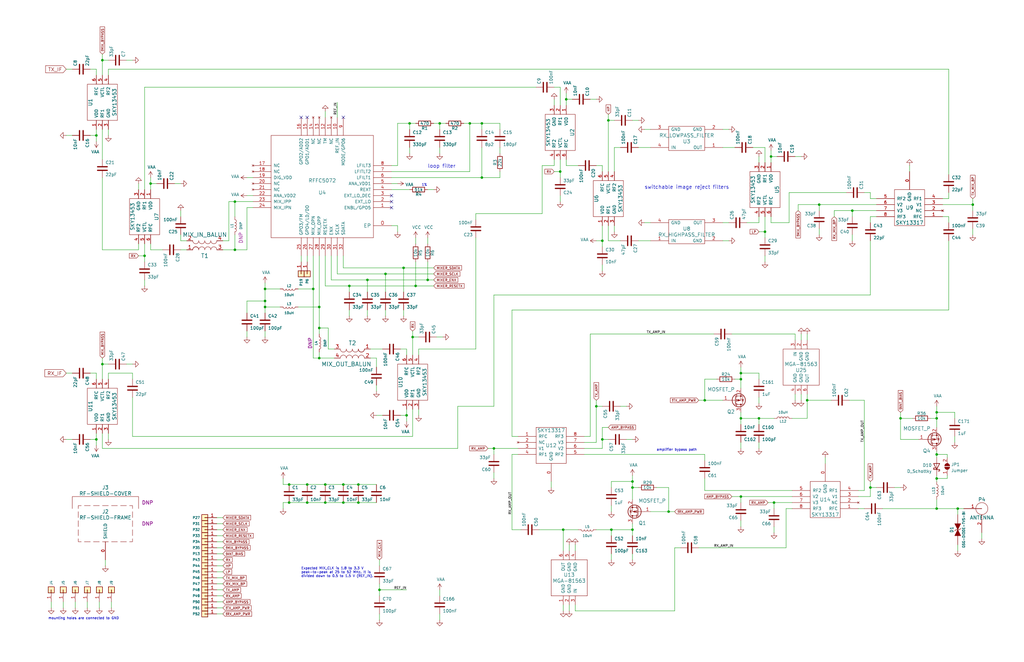
<source format=kicad_sch>
(kicad_sch (version 20211123) (generator eeschema)
  (paper "USLedger")
  (title_block (title "HackRF One") (date "2022-08-29") (rev "r9") (company "Copyright 2012-2022 Great Scott Gadgets") (comment 1 "Michael Ossmann") (comment 2 "Licensed under the CERN-OHL-P v2"))
  (junction (at 111.76 121.92))
  (junction (at 394.97 214.63))
  (junction (at 203.2 74.93))
  (junction (at 254 101.6))
  (junction (at 137.16 212.09))
  (junction (at 403.86 214.63))
  (junction (at 40.64 57.15))
  (junction (at 99.06 105.41))
  (junction (at 394.97 176.53))
  (junction (at 281.94 215.9))
  (junction (at 312.42 157.48))
  (junction (at 121.92 204.47))
  (junction (at 326.39 212.09))
  (junction (at 151.13 204.47))
  (junction (at 254 185.42))
  (junction (at 160.02 248.92))
  (junction (at 111.76 129.54))
  (junction (at 151.13 212.09))
  (junction (at 394.97 191.77))
  (junction (at 379.73 176.53))
  (junction (at 340.36 168.91))
  (junction (at 171.45 175.26))
  (junction (at 60.96 107.95))
  (junction (at 312.42 209.55))
  (junction (at 238.76 41.91))
  (junction (at 154.94 118.11))
  (junction (at 237.49 223.52))
  (junction (at 320.04 176.53))
  (junction (at 134.62 138.43))
  (junction (at 129.54 212.09))
  (junction (at 266.7 205.74))
  (junction (at 144.78 204.47))
  (junction (at 367.03 205.74))
  (junction (at 162.56 115.57))
  (junction (at 63.5 77.47))
  (junction (at 137.16 204.47))
  (junction (at 394.97 201.93))
  (junction (at 297.18 168.91))
  (junction (at 256.54 50.8))
  (junction (at 208.28 189.23))
  (junction (at 359.41 88.9))
  (junction (at 147.32 120.65))
  (junction (at 394.97 173.99))
  (junction (at 345.44 86.36))
  (junction (at 144.78 212.09))
  (junction (at 312.42 160.02))
  (junction (at 134.62 129.54))
  (junction (at 180.34 118.11))
  (junction (at 198.12 52.07))
  (junction (at 172.72 52.07))
  (junction (at 257.81 223.52))
  (junction (at 121.92 212.09))
  (junction (at 170.18 113.03))
  (junction (at 111.76 127))
  (junction (at 43.18 153.67))
  (junction (at 175.26 120.65))
  (junction (at 40.64 185.42))
  (junction (at 266.7 223.52))
  (junction (at 236.22 72.39))
  (junction (at 185.42 52.07))
  (junction (at 173.99 142.24))
  (junction (at 132.08 121.92))
  (junction (at 325.12 66.04))
  (junction (at 99.06 85.09))
  (junction (at 134.62 151.13))
  (junction (at 322.58 97.79))
  (junction (at 43.18 25.4))
  (junction (at 129.54 204.47))
  (junction (at 251.46 171.45))
  (junction (at 203.2 52.07))
  (junction (at 266.7 203.2))
  (junction (at 312.42 176.53))
  (junction (at 410.21 86.36))
  (no_connect (at 165.1 82.55))
  (no_connect (at 165.1 85.09))
  (no_connect (at 165.1 87.63))
  (no_connect (at 129.54 49.53))
  (no_connect (at 127 49.53))
  (no_connect (at 144.78 49.53))
  (wire (pts (xy 186.69 142.24) (xy 184.15 142.24)))
  (wire (pts (xy 129.54 204.47) (xy 137.16 204.47)))
  (wire (pts (xy 400.05 101.6) (xy 400.05 130.81)))
  (wire (pts (xy 139.7 118.11) (xy 154.94 118.11)))
  (wire (pts (xy 55.88 153.67) (xy 53.34 153.67)))
  (wire (pts (xy 173.99 142.24) (xy 173.99 149.86)))
  (wire (pts (xy 304.8 93.98) (xy 307.34 93.98)))
  (wire (pts (xy 27.94 57.15) (xy 30.48 57.15)))
  (wire (pts (xy 269.24 101.6) (xy 274.32 101.6)))
  (wire (pts (xy 383.54 69.85) (xy 383.54 72.39)))
  (wire (pts (xy 46.99 254) (xy 46.99 256.54)))
  (wire (pts (xy 312.42 212.09) (xy 312.42 209.55)))
  (wire (pts (xy 185.42 248.92) (xy 185.42 251.46)))
  (wire (pts (xy 394.97 173.99) (xy 394.97 176.53)))
  (wire (pts (xy 156.21 147.32) (xy 161.29 147.32)))
  (wire (pts (xy 331.47 214.63) (xy 334.01 214.63)))
  (wire (pts (xy 414.02 224.79) (xy 414.02 227.33)))
  (wire (pts (xy 367.03 91.44) (xy 369.57 91.44)))
  (wire (pts (xy 297.18 207.01) (xy 297.18 201.93)))
  (wire (pts (xy 111.76 121.92) (xy 111.76 127)))
  (wire (pts (xy 147.32 123.19) (xy 147.32 120.65)))
  (wire (pts (xy 312.42 176.53) (xy 320.04 176.53)))
  (wire (pts (xy 193.04 171.45) (xy 193.04 189.23)))
  (wire (pts (xy 91.44 231.14) (xy 93.98 231.14)))
  (wire (pts (xy 106.68 74.93) (xy 104.14 74.93)))
  (wire (pts (xy 400.05 130.81) (xy 215.9 130.81)))
  (wire (pts (xy 312.42 209.55) (xy 334.01 209.55)))
  (wire (pts (xy 322.58 68.58) (xy 322.58 62.23)))
  (wire (pts (xy 297.18 194.31) (xy 297.18 191.77)))
  (wire (pts (xy 147.32 133.35) (xy 147.32 130.81)))
  (wire (pts (xy 254 114.3) (xy 254 111.76)))
  (wire (pts (xy 237.49 223.52) (xy 243.84 223.52)))
  (wire (pts (xy 96.52 101.6) (xy 96.52 85.09)))
  (wire (pts (xy 60.96 107.95) (xy 60.96 110.49)))
  (wire (pts (xy 91.44 228.6) (xy 93.98 228.6)))
  (wire (pts (xy 261.62 101.6) (xy 256.54 101.6)))
  (wire (pts (xy 410.21 86.36) (xy 410.21 88.9)))
  (wire (pts (xy 154.94 133.35) (xy 154.94 130.81)))
  (wire (pts (xy 45.72 31.75) (xy 45.72 29.21)))
  (wire (pts (xy 185.42 54.61) (xy 185.42 52.07)))
  (wire (pts (xy 45.72 160.02) (xy 45.72 157.48)))
  (wire (pts (xy 121.92 212.09) (xy 129.54 212.09)))
  (wire (pts (xy 251.46 168.91) (xy 251.46 171.45)))
  (wire (pts (xy 257.81 203.2) (xy 257.81 205.74)))
  (wire (pts (xy 91.44 238.76) (xy 93.98 238.76)))
  (wire (pts (xy 176.53 149.86) (xy 176.53 147.32)))
  (wire (pts (xy 137.16 120.65) (xy 147.32 120.65)))
  (wire (pts (xy 326.39 212.09) (xy 334.01 212.09)))
  (wire (pts (xy 281.94 215.9) (xy 281.94 205.74)))
  (wire (pts (xy 312.42 160.02) (xy 309.88 160.02)))
  (wire (pts (xy 320.04 97.79) (xy 322.58 97.79)))
  (wire (pts (xy 176.53 147.32) (xy 200.66 147.32)))
  (wire (pts (xy 402.59 173.99) (xy 394.97 173.99)))
  (wire (pts (xy 175.26 100.33) (xy 175.26 102.87)))
  (wire (pts (xy 304.8 54.61) (xy 307.34 54.61)))
  (wire (pts (xy 331.47 231.14) (xy 331.47 214.63)))
  (wire (pts (xy 162.56 115.57) (xy 182.88 115.57)))
  (wire (pts (xy 172.72 64.77) (xy 172.72 62.23)))
  (wire (pts (xy 60.96 102.87) (xy 60.96 107.95)))
  (wire (pts (xy 158.75 175.26) (xy 161.29 175.26)))
  (wire (pts (xy 294.64 231.14) (xy 331.47 231.14)))
  (wire (pts (xy 104.14 127) (xy 104.14 132.08)))
  (wire (pts (xy 137.16 120.65) (xy 137.16 107.95)))
  (wire (pts (xy 359.41 101.6) (xy 359.41 99.06)))
  (wire (pts (xy 312.42 160.02) (xy 312.42 163.83)))
  (wire (pts (xy 340.36 176.53) (xy 334.01 176.53)))
  (wire (pts (xy 257.81 223.52) (xy 266.7 223.52)))
  (wire (pts (xy 334.01 207.01) (xy 297.18 207.01)))
  (wire (pts (xy 215.9 223.52) (xy 219.71 223.52)))
  (wire (pts (xy 144.78 212.09) (xy 151.13 212.09)))
  (wire (pts (xy 63.5 105.41) (xy 68.58 105.41)))
  (wire (pts (xy 297.18 160.02) (xy 297.18 168.91)))
  (wire (pts (xy 403.86 214.63) (xy 403.86 217.17)))
  (wire (pts (xy 173.99 184.15) (xy 55.88 184.15)))
  (wire (pts (xy 91.44 254) (xy 93.98 254)))
  (wire (pts (xy 171.45 175.26) (xy 171.45 177.8)))
  (wire (pts (xy 312.42 173.99) (xy 312.42 176.53)))
  (wire (pts (xy 93.98 101.6) (xy 96.52 101.6)))
  (wire (pts (xy 138.43 138.43) (xy 134.62 138.43)))
  (wire (pts (xy 119.38 204.47) (xy 121.92 204.47)))
  (wire (pts (xy 91.44 246.38) (xy 93.98 246.38)))
  (wire (pts (xy 337.82 143.51) (xy 337.82 140.97)))
  (wire (pts (xy 251.46 223.52) (xy 257.81 223.52)))
  (wire (pts (xy 243.84 69.85) (xy 238.76 69.85)))
  (wire (pts (xy 63.5 74.93) (xy 63.5 77.47)))
  (wire (pts (xy 91.44 248.92) (xy 93.98 248.92)))
  (wire (pts (xy 55.88 25.4) (xy 53.34 25.4)))
  (wire (pts (xy 40.64 31.75) (xy 40.64 29.21)))
  (wire (pts (xy 257.81 215.9) (xy 257.81 213.36)))
  (wire (pts (xy 208.28 189.23) (xy 218.44 189.23)))
  (wire (pts (xy 45.72 25.4) (xy 43.18 25.4)))
  (wire (pts (xy 400.05 81.28) (xy 400.05 83.82)))
  (wire (pts (xy 58.42 107.95) (xy 60.96 107.95)))
  (wire (pts (xy 104.14 82.55) (xy 106.68 82.55)))
  (wire (pts (xy 160.02 238.76) (xy 160.02 236.22)))
  (wire (pts (xy 394.97 191.77) (xy 394.97 193.04)))
  (wire (pts (xy 364.49 207.01) (xy 361.95 207.01)))
  (wire (pts (xy 254 69.85) (xy 254 72.39)))
  (wire (pts (xy 142.24 115.57) (xy 162.56 115.57)))
  (wire (pts (xy 198.12 52.07) (xy 203.2 52.07)))
  (wire (pts (xy 162.56 133.35) (xy 162.56 130.81)))
  (wire (pts (xy 254 189.23) (xy 246.38 189.23)))
  (wire (pts (xy 40.64 57.15) (xy 40.64 59.69)))
  (wire (pts (xy 132.08 107.95) (xy 132.08 121.92)))
  (wire (pts (xy 40.64 29.21) (xy 38.1 29.21)))
  (wire (pts (xy 335.28 140.97) (xy 308.61 140.97)))
  (wire (pts (xy 394.97 200.66) (xy 394.97 201.93)))
  (wire (pts (xy 60.96 80.01) (xy 60.96 36.83)))
  (wire (pts (xy 144.78 204.47) (xy 151.13 204.47)))
  (wire (pts (xy 91.44 241.3) (xy 93.98 241.3)))
  (wire (pts (xy 167.64 52.07) (xy 172.72 52.07)))
  (wire (pts (xy 307.34 101.6) (xy 304.8 101.6)))
  (wire (pts (xy 55.88 184.15) (xy 55.88 167.64)))
  (wire (pts (xy 137.16 204.47) (xy 144.78 204.47)))
  (wire (pts (xy 134.62 138.43) (xy 134.62 140.97)))
  (wire (pts (xy 21.59 254) (xy 21.59 256.54)))
  (wire (pts (xy 173.99 139.7) (xy 173.99 142.24)))
  (wire (pts (xy 195.58 52.07) (xy 198.12 52.07)))
  (wire (pts (xy 325.12 63.5) (xy 325.12 66.04)))
  (wire (pts (xy 144.78 113.03) (xy 170.18 113.03)))
  (wire (pts (xy 274.32 62.23) (xy 269.24 62.23)))
  (wire (pts (xy 125.73 121.92) (xy 132.08 121.92)))
  (wire (pts (xy 364.49 81.28) (xy 367.03 81.28)))
  (wire (pts (xy 147.32 120.65) (xy 175.26 120.65)))
  (wire (pts (xy 345.44 86.36) (xy 369.57 86.36)))
  (wire (pts (xy 91.44 233.68) (xy 93.98 233.68)))
  (wire (pts (xy 31.75 254) (xy 31.75 256.54)))
  (wire (pts (xy 91.44 243.84) (xy 93.98 243.84)))
  (wire (pts (xy 167.64 95.25) (xy 167.64 97.79)))
  (wire (pts (xy 203.2 52.07) (xy 210.82 52.07)))
  (wire (pts (xy 284.48 257.81) (xy 242.57 257.81)))
  (wire (pts (xy 91.44 259.08) (xy 93.98 259.08)))
  (wire (pts (xy 180.34 118.11) (xy 180.34 110.49)))
  (wire (pts (xy 351.79 91.44) (xy 351.79 88.9)))
  (wire (pts (xy 210.82 64.77) (xy 210.82 62.23)))
  (wire (pts (xy 246.38 184.15) (xy 248.92 184.15)))
  (wire (pts (xy 111.76 121.92) (xy 118.11 121.92)))
  (wire (pts (xy 99.06 85.09) (xy 106.68 85.09)))
  (wire (pts (xy 132.08 121.92) (xy 132.08 151.13)))
  (wire (pts (xy 379.73 176.53) (xy 379.73 185.42)))
  (wire (pts (xy 322.58 110.49) (xy 322.58 107.95)))
  (wire (pts (xy 111.76 127) (xy 111.76 129.54)))
  (wire (pts (xy 134.62 107.95) (xy 134.62 129.54)))
  (wire (pts (xy 205.74 189.23) (xy 208.28 189.23)))
  (wire (pts (xy 326.39 214.63) (xy 326.39 212.09)))
  (wire (pts (xy 326.39 224.79) (xy 326.39 222.25)))
  (wire (pts (xy 104.14 87.63) (xy 104.14 105.41)))
  (wire (pts (xy 91.44 256.54) (xy 93.98 256.54)))
  (wire (pts (xy 158.75 154.94) (xy 158.75 151.13)))
  (wire (pts (xy 266.7 223.52) (xy 266.7 226.06)))
  (wire (pts (xy 257.81 226.06) (xy 257.81 223.52)))
  (wire (pts (xy 254 101.6) (xy 254 104.14)))
  (wire (pts (xy 233.68 72.39) (xy 236.22 72.39)))
  (wire (pts (xy 254 180.34) (xy 254 185.42)))
  (wire (pts (xy 320.04 160.02) (xy 320.04 157.48)))
  (wire (pts (xy 193.04 189.23) (xy 43.18 189.23)))
  (wire (pts (xy 248.92 140.97) (xy 248.92 184.15)))
  (wire (pts (xy 160.02 248.92) (xy 160.02 251.46)))
  (wire (pts (xy 91.44 236.22) (xy 93.98 236.22)))
  (wire (pts (xy 119.38 204.47) (xy 119.38 201.93)))
  (wire (pts (xy 218.44 184.15) (xy 215.9 184.15)))
  (wire (pts (xy 63.5 102.87) (xy 63.5 105.41)))
  (wire (pts (xy 294.64 168.91) (xy 297.18 168.91)))
  (wire (pts (xy 237.49 232.41) (xy 237.49 223.52)))
  (wire (pts (xy 320.04 176.53) (xy 326.39 176.53)))
  (wire (pts (xy 402.59 186.69) (xy 402.59 184.15)))
  (wire (pts (xy 44.45 236.22) (xy 44.45 238.76)))
  (wire (pts (xy 172.72 80.01) (xy 165.1 80.01)))
  (wire (pts (xy 121.92 204.47) (xy 129.54 204.47)))
  (wire (pts (xy 118.11 129.54) (xy 111.76 129.54)))
  (wire (pts (xy 400.05 29.21) (xy 400.05 73.66)))
  (wire (pts (xy 314.96 93.98) (xy 320.04 93.98)))
  (wire (pts (xy 91.44 220.98) (xy 93.98 220.98)))
  (wire (pts (xy 76.2 77.47) (xy 73.66 77.47)))
  (wire (pts (xy 185.42 259.08) (xy 185.42 261.62)))
  (wire (pts (xy 284.48 257.81) (xy 284.48 231.14)))
  (wire (pts (xy 367.03 203.2) (xy 367.03 205.74)))
  (wire (pts (xy 27.94 29.21) (xy 30.48 29.21)))
  (wire (pts (xy 397.51 91.44) (xy 400.05 91.44)))
  (wire (pts (xy 208.28 171.45) (xy 208.28 124.46)))
  (wire (pts (xy 320.04 189.23) (xy 320.04 186.69)))
  (wire (pts (xy 160.02 246.38) (xy 160.02 248.92)))
  (wire (pts (xy 335.28 143.51) (xy 335.28 140.97)))
  (wire (pts (xy 175.26 120.65) (xy 175.26 110.49)))
  (wire (pts (xy 55.88 157.48) (xy 55.88 160.02)))
  (wire (pts (xy 111.76 129.54) (xy 111.76 132.08)))
  (wire (pts (xy 58.42 105.41) (xy 43.18 105.41)))
  (wire (pts (xy 43.18 151.13) (xy 43.18 153.67)))
  (wire (pts (xy 227.33 223.52) (xy 237.49 223.52)))
  (wire (pts (xy 27.94 157.48) (xy 30.48 157.48)))
  (wire (pts (xy 256.54 185.42) (xy 254 185.42)))
  (wire (pts (xy 111.76 119.38) (xy 111.76 121.92)))
  (wire (pts (xy 237.49 257.81) (xy 237.49 255.27)))
  (wire (pts (xy 251.46 69.85) (xy 254 69.85)))
  (wire (pts (xy 137.16 46.99) (xy 137.16 49.53)))
  (wire (pts (xy 26.67 254) (xy 26.67 256.54)))
  (wire (pts (xy 170.18 133.35) (xy 170.18 130.81)))
  (wire (pts (xy 320.04 66.04) (xy 320.04 68.58)))
  (wire (pts (xy 251.46 186.69) (xy 246.38 186.69)))
  (wire (pts (xy 312.42 157.48) (xy 312.42 160.02)))
  (wire (pts (xy 99.06 91.44) (xy 99.06 85.09)))
  (wire (pts (xy 240.03 229.87) (xy 240.03 232.41)))
  (wire (pts (xy 165.1 72.39) (xy 198.12 72.39)))
  (wire (pts (xy 367.03 83.82) (xy 369.57 83.82)))
  (wire (pts (xy 345.44 99.06) (xy 345.44 96.52)))
  (wire (pts (xy 400.05 91.44) (xy 400.05 93.98)))
  (wire (pts (xy 351.79 88.9) (xy 359.41 88.9)))
  (wire (pts (xy 266.7 236.22) (xy 266.7 233.68)))
  (wire (pts (xy 91.44 223.52) (xy 93.98 223.52)))
  (wire (pts (xy 332.74 81.28) (xy 356.87 81.28)))
  (wire (pts (xy 125.73 129.54) (xy 134.62 129.54)))
  (wire (pts (xy 63.5 77.47) (xy 63.5 80.01)))
  (wire (pts (xy 358.14 168.91) (xy 364.49 168.91)))
  (wire (pts (xy 200.66 147.32) (xy 200.66 100.33)))
  (wire (pts (xy 266.7 220.98) (xy 266.7 223.52)))
  (wire (pts (xy 167.64 77.47) (xy 165.1 77.47)))
  (wire (pts (xy 208.28 191.77) (xy 208.28 189.23)))
  (wire (pts (xy 359.41 88.9) (xy 369.57 88.9)))
  (wire (pts (xy 240.03 257.81) (xy 240.03 255.27)))
  (wire (pts (xy 369.57 205.74) (xy 367.03 205.74)))
  (wire (pts (xy 154.94 123.19) (xy 154.94 118.11)))
  (wire (pts (xy 266.7 205.74) (xy 266.7 210.82)))
  (wire (pts (xy 176.53 175.26) (xy 176.53 172.72)))
  (wire (pts (xy 40.64 182.88) (xy 40.64 185.42)))
  (wire (pts (xy 168.91 175.26) (xy 171.45 175.26)))
  (wire (pts (xy 160.02 248.92) (xy 171.45 248.92)))
  (wire (pts (xy 403.86 214.63) (xy 406.4 214.63)))
  (wire (pts (xy 165.1 74.93) (xy 203.2 74.93)))
  (wire (pts (xy 312.42 176.53) (xy 312.42 179.07)))
  (wire (pts (xy 264.16 171.45) (xy 261.62 171.45)))
  (wire (pts (xy 312.42 189.23) (xy 312.42 186.69)))
  (wire (pts (xy 236.22 44.45) (xy 236.22 36.83)))
  (wire (pts (xy 335.28 166.37) (xy 335.28 168.91)))
  (wire (pts (xy 38.1 57.15) (xy 40.64 57.15)))
  (wire (pts (xy 394.97 191.77) (xy 399.415 191.77)))
  (wire (pts (xy 171.45 147.32) (xy 171.45 149.86)))
  (wire (pts (xy 104.14 142.24) (xy 104.14 139.7)))
  (wire (pts (xy 259.08 50.8) (xy 256.54 50.8)))
  (wire (pts (xy 36.83 254) (xy 36.83 256.54)))
  (wire (pts (xy 43.18 25.4) (xy 43.18 31.75)))
  (wire (pts (xy 45.72 182.88) (xy 45.72 185.42)))
  (wire (pts (xy 43.18 189.23) (xy 43.18 182.88)))
  (wire (pts (xy 228.6 90.17) (xy 228.6 69.85)))
  (wire (pts (xy 76.2 105.41) (xy 78.74 105.41)))
  (wire (pts (xy 266.7 203.2) (xy 266.7 205.74)))
  (wire (pts (xy 170.18 123.19) (xy 170.18 113.03)))
  (wire (pts (xy 165.1 95.25) (xy 167.64 95.25)))
  (wire (pts (xy 402.59 176.53) (xy 402.59 173.99)))
  (wire (pts (xy 320.04 170.18) (xy 320.04 167.64)))
  (wire (pts (xy 394.97 171.45) (xy 394.97 173.99)))
  (wire (pts (xy 410.21 83.82) (xy 410.21 86.36)))
  (wire (pts (xy 119.38 212.09) (xy 121.92 212.09)))
  (wire (pts (xy 397.51 86.36) (xy 410.21 86.36)))
  (wire (pts (xy 367.03 124.46) (xy 367.03 101.6)))
  (wire (pts (xy 361.95 214.63) (xy 364.49 214.63)))
  (wire (pts (xy 119.38 212.09) (xy 119.38 214.63)))
  (wire (pts (xy 139.7 118.11) (xy 139.7 107.95)))
  (wire (pts (xy 236.22 67.31) (xy 236.22 72.39)))
  (wire (pts (xy 367.03 81.28) (xy 367.03 83.82)))
  (wire (pts (xy 91.44 226.06) (xy 93.98 226.06)))
  (wire (pts (xy 320.04 93.98) (xy 320.04 91.44)))
  (wire (pts (xy 336.55 88.9) (xy 336.55 86.36)))
  (wire (pts (xy 203.2 52.07) (xy 203.2 54.61)))
  (wire (pts (xy 281.94 215.9) (xy 284.48 215.9)))
  (wire (pts (xy 312.42 222.25) (xy 312.42 219.71)))
  (wire (pts (xy 350.52 168.91) (xy 340.36 168.91)))
  (wire (pts (xy 266.7 185.42) (xy 264.16 185.42)))
  (wire (pts (xy 228.6 69.85) (xy 233.68 69.85)))
  (wire (pts (xy 60.96 120.65) (xy 60.96 118.11)))
  (wire (pts (xy 91.44 251.46) (xy 93.98 251.46)))
  (wire (pts (xy 198.12 72.39) (xy 198.12 52.07)))
  (wire (pts (xy 345.44 88.9) (xy 345.44 86.36)))
  (wire (pts (xy 236.22 72.39) (xy 236.22 74.93)))
  (wire (pts (xy 236.22 85.09) (xy 236.22 82.55)))
  (wire (pts (xy 359.41 91.44) (xy 359.41 88.9)))
  (wire (pts (xy 332.74 93.98) (xy 325.12 93.98)))
  (wire (pts (xy 297.18 191.77) (xy 246.38 191.77)))
  (wire (pts (xy 154.94 118.11) (xy 180.34 118.11)))
  (wire (pts (xy 41.91 254) (xy 41.91 256.54)))
  (wire (pts (xy 200.66 90.17) (xy 228.6 90.17)))
  (wire (pts (xy 78.74 101.6) (xy 76.2 101.6)))
  (wire (pts (xy 367.03 209.55) (xy 361.95 209.55)))
  (wire (pts (xy 394.97 176.53) (xy 392.43 176.53)))
  (wire (pts (xy 200.66 92.71) (xy 200.66 90.17)))
  (wire (pts (xy 367.03 93.98) (xy 367.03 91.44)))
  (wire (pts (xy 176.53 142.24) (xy 173.99 142.24)))
  (wire (pts (xy 379.73 185.42) (xy 387.35 185.42)))
  (wire (pts (xy 233.68 69.85) (xy 233.68 67.31)))
  (wire (pts (xy 60.96 36.83) (xy 226.06 36.83)))
  (wire (pts (xy 322.58 97.79) (xy 322.58 100.33)))
  (wire (pts (xy 215.9 130.81) (xy 215.9 184.15)))
  (wire (pts (xy 281.94 205.74) (xy 276.86 205.74)))
  (wire (pts (xy 134.62 148.59) (xy 134.62 151.13)))
  (wire (pts (xy 340.36 166.37) (xy 340.36 168.91)))
  (wire (pts (xy 322.58 62.23) (xy 317.5 62.23)))
  (wire (pts (xy 302.26 160.02) (xy 297.18 160.02)))
  (wire (pts (xy 134.62 129.54) (xy 134.62 138.43)))
  (wire (pts (xy 43.18 67.31) (xy 43.18 54.61)))
  (wire (pts (xy 172.72 52.07) (xy 175.26 52.07)))
  (wire (pts (xy 266.7 200.66) (xy 266.7 203.2)))
  (wire (pts (xy 297.18 168.91) (xy 304.8 168.91)))
  (wire (pts (xy 394.97 190.5) (xy 394.97 191.77)))
  (wire (pts (xy 58.42 77.47) (xy 58.42 80.01)))
  (wire (pts (xy 242.57 257.81) (xy 242.57 255.27)))
  (wire (pts (xy 170.18 113.03) (xy 182.88 113.03)))
  (wire (pts (xy 185.42 64.77) (xy 185.42 62.23)))
  (wire (pts (xy 323.85 212.09) (xy 326.39 212.09)))
  (wire (pts (xy 38.1 185.42) (xy 40.64 185.42)))
  (wire (pts (xy 182.88 52.07) (xy 185.42 52.07)))
  (wire (pts (xy 269.24 50.8) (xy 266.7 50.8)))
  (wire (pts (xy 308.61 209.55) (xy 312.42 209.55)))
  (wire (pts (xy 66.04 77.47) (xy 63.5 77.47)))
  (wire (pts (xy 394.97 214.63) (xy 403.86 214.63)))
  (wire (pts (xy 185.42 52.07) (xy 187.96 52.07)))
  (wire (pts (xy 208.28 201.93) (xy 208.28 199.39)))
  (wire (pts (xy 394.97 176.53) (xy 394.97 180.34)))
  (wire (pts (xy 218.44 191.77) (xy 215.9 191.77)))
  (wire (pts (xy 40.64 185.42) (xy 40.64 187.96)))
  (wire (pts (xy 175.26 120.65) (xy 182.88 120.65)))
  (wire (pts (xy 208.28 124.46) (xy 367.03 124.46)))
  (wire (pts (xy 162.56 123.19) (xy 162.56 115.57)))
  (wire (pts (xy 320.04 179.07) (xy 320.04 176.53)))
  (wire (pts (xy 127 107.95) (xy 127 110.49)))
  (wire (pts (xy 38.1 157.48) (xy 40.64 157.48)))
  (wire (pts (xy 340.36 168.91) (xy 340.36 176.53)))
  (wire (pts (xy 138.43 147.32) (xy 140.97 147.32)))
  (wire (pts (xy 364.49 168.91) (xy 364.49 207.01)))
  (wire (pts (xy 76.2 101.6) (xy 76.2 99.06)))
  (wire (pts (xy 106.68 87.63) (xy 104.14 87.63)))
  (wire (pts (xy 379.73 173.99) (xy 379.73 176.53)))
  (wire (pts (xy 312.42 154.94) (xy 312.42 157.48)))
  (wire (pts (xy 399.415 201.93) (xy 399.415 200.66)))
  (wire (pts (xy 129.54 110.49) (xy 129.54 107.95)))
  (wire (pts (xy 394.97 201.93) (xy 394.97 203.2)))
  (wire (pts (xy 137.16 212.09) (xy 144.78 212.09)))
  (wire (pts (xy 91.44 218.44) (xy 93.98 218.44)))
  (wire (pts (xy 256.54 50.8) (xy 256.54 72.39)))
  (wire (pts (xy 271.78 54.61) (xy 274.32 54.61)))
  (wire (pts (xy 215.9 191.77) (xy 215.9 223.52)))
  (wire (pts (xy 134.62 151.13) (xy 140.97 151.13)))
  (wire (pts (xy 43.18 22.86) (xy 43.18 25.4)))
  (wire (pts (xy 27.94 185.42) (xy 30.48 185.42)))
  (wire (pts (xy 337.82 66.04) (xy 335.28 66.04)))
  (wire (pts (xy 274.32 215.9) (xy 281.94 215.9)))
  (wire (pts (xy 203.2 74.93) (xy 210.82 74.93)))
  (wire (pts (xy 320.04 157.48) (xy 312.42 157.48)))
  (wire (pts (xy 76.2 88.9) (xy 76.2 91.44)))
  (wire (pts (xy 251.46 171.45) (xy 251.46 186.69)))
  (wire (pts (xy 259.08 97.79) (xy 259.08 95.25)))
  (wire (pts (xy 43.18 74.93) (xy 43.18 105.41)))
  (wire (pts (xy 325.12 66.04) (xy 325.12 68.58)))
  (wire (pts (xy 142.24 43.18) (xy 142.24 49.53)))
  (wire (pts (xy 158.75 165.1) (xy 158.75 162.56)))
  (wire (pts (xy 236.22 36.83) (xy 233.68 36.83)))
  (wire (pts (xy 394.97 210.82) (xy 394.97 214.63)))
  (wire (pts (xy 180.34 118.11) (xy 182.88 118.11)))
  (wire (pts (xy 394.97 201.93) (xy 399.415 201.93)))
  (wire (pts (xy 340.36 140.97) (xy 340.36 143.51)))
  (wire (pts (xy 384.81 176.53) (xy 379.73 176.53)))
  (wire (pts (xy 337.82 168.91) (xy 337.82 166.37)))
  (wire (pts (xy 158.75 151.13) (xy 156.21 151.13)))
  (wire (pts (xy 327.66 66.04) (xy 325.12 66.04)))
  (wire (pts (xy 332.74 93.98) (xy 332.74 81.28)))
  (wire (pts (xy 271.78 93.98) (xy 274.32 93.98)))
  (wire (pts (xy 111.76 142.24) (xy 111.76 139.7)))
  (wire (pts (xy 167.64 69.85) (xy 167.64 52.07)))
  (wire (pts (xy 254 95.25) (xy 254 101.6)))
  (wire (pts (xy 45.72 157.48) (xy 55.88 157.48)))
  (wire (pts (xy 142.24 115.57) (xy 142.24 107.95)))
  (wire (pts (xy 251.46 41.91) (xy 248.92 41.91)))
  (wire (pts (xy 182.88 80.01) (xy 180.34 80.01)))
  (wire (pts (xy 132.08 151.13) (xy 134.62 151.13)))
  (wire (pts (xy 400.05 83.82) (xy 397.51 83.82)))
  (wire (pts (xy 171.45 172.72) (xy 171.45 175.26)))
  (wire (pts (xy 58.42 102.87) (xy 58.42 105.41)))
  (wire (pts (xy 367.03 205.74) (xy 367.03 209.55)))
  (wire (pts (xy 45.72 153.67) (xy 43.18 153.67)))
  (wire (pts (xy 257.81 203.2) (xy 266.7 203.2)))
  (wire (pts (xy 322.58 91.44) (xy 322.58 97.79)))
  (wire (pts (xy 99.06 105.41) (xy 93.98 105.41)))
  (wire (pts (xy 233.68 41.91) (xy 233.68 44.45)))
  (wire (pts (xy 257.81 236.22) (xy 257.81 233.68)))
  (wire (pts (xy 238.76 41.91) (xy 238.76 44.45)))
  (wire (pts (xy 99.06 99.06) (xy 99.06 105.41)))
  (wire (pts (xy 261.62 62.23) (xy 259.08 62.23)))
  (wire (pts (xy 256.54 101.6) (xy 256.54 95.25)))
  (wire (pts (xy 251.46 101.6) (xy 254 101.6)))
  (wire (pts (xy 347.98 193.04) (xy 347.98 195.58)))
  (wire (pts (xy 172.72 54.61) (xy 172.72 52.07)))
  (wire (pts (xy 379.73 205.74) (xy 377.19 205.74)))
  (wire (pts (xy 40.64 157.48) (xy 40.64 160.02)))
  (wire (pts (xy 210.82 52.07) (xy 210.82 54.61)))
  (wire (pts (xy 168.91 147.32) (xy 171.45 147.32)))
  (wire (pts (xy 284.48 231.14) (xy 287.02 231.14)))
  (wire (pts (xy 173.99 172.72) (xy 173.99 184.15)))
  (wire (pts (xy 259.08 62.23) (xy 259.08 72.39)))
  (wire (pts (xy 144.78 113.03) (xy 144.78 107.95)))
  (wire (pts (xy 403.86 232.41) (xy 403.86 229.87)))
  (wire (pts (xy 203.2 62.23) (xy 203.2 74.93)))
  (wire (pts (xy 45.72 29.21) (xy 400.05 29.21)))
  (wire (pts (xy 372.11 214.63) (xy 394.97 214.63)))
  (wire (pts (xy 300.99 140.97) (xy 248.92 140.97)))
  (wire (pts (xy 254 171.45) (xy 251.46 171.45)))
  (wire (pts (xy 208.28 171.45) (xy 193.04 171.45)))
  (wire (pts (xy 151.13 212.09) (xy 158.75 212.09)))
  (wire (pts (xy 325.12 93.98) (xy 325.12 91.44)))
  (wire (pts (xy 309.88 62.23) (xy 304.8 62.23)))
  (wire (pts (xy 242.57 229.87) (xy 242.57 232.41)))
  (wire (pts (xy 238.76 69.85) (xy 238.76 67.31)))
  (wire (pts (xy 151.13 204.47) (xy 158.75 204.47)))
  (wire (pts (xy 410.21 99.06) (xy 410.21 96.52)))
  (wire (pts (xy 266.7 205.74) (xy 269.24 205.74)))
  (wire (pts (xy 238.76 39.37) (xy 238.76 41.91)))
  (wire (pts (xy 256.54 180.34) (xy 254 180.34)))
  (wire (pts (xy 40.64 54.61) (xy 40.64 57.15)))
  (wire (pts (xy 43.18 153.67) (xy 43.18 160.02)))
  (wire (pts (xy 210.82 74.93) (xy 210.82 72.39)))
  (wire (pts (xy 45.72 57.15) (xy 45.72 54.61)))
  (wire (pts (xy 160.02 261.62) (xy 160.02 259.08)))
  (wire (pts (xy 336.55 86.36) (xy 345.44 86.36)))
  (wire (pts (xy 96.52 85.09) (xy 99.06 85.09)))
  (wire (pts (xy 165.1 69.85) (xy 167.64 69.85)))
  (wire (pts (xy 129.54 212.09) (xy 137.16 212.09)))
  (wire (pts (xy 138.43 147.32) (xy 138.43 138.43)))
  (wire (pts (xy 180.34 100.33) (xy 180.34 102.87)))
  (wire (pts (xy 254 185.42) (xy 254 189.23)))
  (wire (pts (xy 241.3 41.91) (xy 238.76 41.91)))
  (wire (pts (xy 104.14 105.41) (xy 99.06 105.41)))
  (wire (pts (xy 111.76 127) (xy 104.14 127)))
  (wire (pts (xy 256.54 48.26) (xy 256.54 50.8)))
  (wire (pts (xy 399.415 191.77) (xy 399.415 193.04)))
  (wire (pts (xy 232.41 205.74) (xy 232.41 203.2)))
  (text "mounting holes are connected to GND" (at 20.32 261.62 0) (effects (font (size 1.016 1.016)) (justify left bottom)))
  (text "Expected MIX_CLK is 1.8 to 3.3 V\npeak-to-peak at 25 to 52 MHz. It is\ndivided down to 0.5 to 1.5 V (REF_IN)." (at 127 243.84 0) (effects (font (size 1.016 1.016)) (justify left bottom)))
  (text "switchable image reject filters" (at 271.78 80.01 0) (effects (font (size 1.524 1.524)) (justify left bottom)))
  (text "1%" (at 177.8 78.74 0) (effects (font (size 1.016 1.016)) (justify left bottom)))
  (text "amplifier bypass path" (at 276.86 190.5 0) (effects (font (size 1.016 1.016)) (justify left bottom)))
  (text "loop filter" (at 180.34 71.12 0) (effects (font (size 1.524 1.524)) (justify left bottom)))
  (label "TX_AMP_OUT" (at 364.49 186.69 90) (effects (font (size 1.016 1.016))))
  (label "REF_IN" (at 171.45 248.92 180) (effects (font (size 1.016 1.016))))
  (label "TX_AMP_IN" (at 280.67 140.97 180) (effects (font (size 1.016 1.016))))
  (label "REF_IN" (at 142.24 43.18 270) (effects (font (size 1.016 1.016))))
  (label "RX_AMP_OUT" (at 215.9 217.17 90) (effects (font (size 1.016 1.016))))
  (label "RX_AMP_IN" (at 300.99 231.14 0) (effects (font (size 1.016 1.016))))
  (global_label "RX_AMP" (shape input) (at 93.98 251.46 0) (effects (font (size 1.016 1.016))) (property "Intersheet References" "${INTERSHEET_REFS}" (effects hide)))
  (global_label "TX_MIX_BP" (shape input) (at 93.98 243.84 0) (effects (font (size 1.016 1.016))) (property "Intersheet References" "${INTERSHEET_REFS}" (effects hide)))
  (global_label "!TX_AMP_PWR" (shape input) (at 294.64 168.91 180) (effects (font (size 1.016 1.016))) (property "Intersheet References" "${INTERSHEET_REFS}" (effects hide)))
  (global_label "AMP_BYPASS" (shape input) (at 93.98 254 0) (effects (font (size 1.016 1.016))) (property "Intersheet References" "${INTERSHEET_REFS}" (effects hide)))
  (global_label "RX" (shape input) (at 93.98 236.22 0) (effects (font (size 1.016 1.016))) (property "Intersheet References" "${INTERSHEET_REFS}" (effects hide)))
  (global_label "MIXER_SCLK" (shape input) (at 182.88 115.57 0) (effects (font (size 1.016 1.016))) (property "Intersheet References" "${INTERSHEET_REFS}" (effects hide)))
  (global_label "HP" (shape input) (at 93.98 238.76 0) (effects (font (size 1.016 1.016))) (property "Intersheet References" "${INTERSHEET_REFS}" (effects hide)))
  (global_label "RX" (shape input) (at 233.68 72.39 180) (effects (font (size 1.016 1.016))) (property "Intersheet References" "${INTERSHEET_REFS}" (effects hide)))
  (global_label "HP" (shape input) (at 256.54 48.26 90) (effects (font (size 1.016 1.016))) (property "Intersheet References" "${INTERSHEET_REFS}" (effects hide)))
  (global_label "RX_MIX_BP" (shape input) (at 351.79 91.44 270) (effects (font (size 1.016 1.016))) (property "Intersheet References" "${INTERSHEET_REFS}" (effects hide)))
  (global_label "LP" (shape input) (at 320.04 97.79 180) (effects (font (size 1.016 1.016))) (property "Intersheet References" "${INTERSHEET_REFS}" (effects hide)))
  (global_label "!ANT_BIAS" (shape input) (at 93.98 233.68 0) (effects (font (size 1.016 1.016))) (property "Intersheet References" "${INTERSHEET_REFS}" (effects hide)))
  (global_label "TX_IF" (shape input) (at 27.94 29.21 180) (effects (font (size 1.524 1.524))) (property "Intersheet References" "${INTERSHEET_REFS}" (effects hide)))
  (global_label "MIXER_RESETX" (shape input) (at 182.88 120.65 0) (effects (font (size 1.016 1.016))) (property "Intersheet References" "${INTERSHEET_REFS}" (effects hide)))
  (global_label "MIXER_SCLK" (shape input) (at 93.98 220.98 0) (effects (font (size 1.016 1.016))) (property "Intersheet References" "${INTERSHEET_REFS}" (effects hide)))
  (global_label "!MIX_BYPASS" (shape input) (at 336.55 88.9 270) (effects (font (size 1.016 1.016))) (property "Intersheet References" "${INTERSHEET_REFS}" (effects hide)))
  (global_label "AMP_BYPASS" (shape input) (at 256.54 180.34 0) (effects (font (size 1.016 1.016))) (property "Intersheet References" "${INTERSHEET_REFS}" (effects hide)))
  (global_label "MIX_BYPASS" (shape input) (at 93.98 228.6 0) (effects (font (size 1.016 1.016))) (property "Intersheet References" "${INTERSHEET_REFS}" (effects hide)))
  (global_label "RX_AMP" (shape input) (at 205.74 189.23 180) (effects (font (size 1.016 1.016))) (property "Intersheet References" "${INTERSHEET_REFS}" (effects hide)))
  (global_label "RX" (shape input) (at 58.42 107.95 180) (effects (font (size 1.016 1.016))) (property "Intersheet References" "${INTERSHEET_REFS}" (effects hide)))
  (global_label "!RX_AMP_PWR" (shape input) (at 93.98 259.08 0) (effects (font (size 1.016 1.016))) (property "Intersheet References" "${INTERSHEET_REFS}" (effects hide)))
  (global_label "!TX_AMP_PWR" (shape input) (at 93.98 256.54 0) (effects (font (size 1.016 1.016))) (property "Intersheet References" "${INTERSHEET_REFS}" (effects hide)))
  (global_label "MIX_CLK" (shape input) (at 160.02 236.22 90) (effects (font (size 1.016 1.016))) (property "Intersheet References" "${INTERSHEET_REFS}" (effects hide)))
  (global_label "RX_IF" (shape input) (at 27.94 157.48 180) (effects (font (size 1.524 1.524))) (property "Intersheet References" "${INTERSHEET_REFS}" (effects hide)))
  (global_label "TX_AMP" (shape input) (at 251.46 168.91 90) (effects (font (size 1.016 1.016))) (property "Intersheet References" "${INTERSHEET_REFS}" (effects hide)))
  (global_label "MIXER_ENX" (shape input) (at 93.98 223.52 0) (effects (font (size 1.016 1.016))) (property "Intersheet References" "${INTERSHEET_REFS}" (effects hide)))
  (global_label "MIXER_RESETX" (shape input) (at 93.98 226.06 0) (effects (font (size 1.016 1.016))) (property "Intersheet References" "${INTERSHEET_REFS}" (effects hide)))
  (global_label "LP" (shape input) (at 93.98 241.3 0) (effects (font (size 1.016 1.016))) (property "Intersheet References" "${INTERSHEET_REFS}" (effects hide)))
  (global_label "AMP_BYPASS" (shape input) (at 308.61 209.55 180) (effects (font (size 1.016 1.016))) (property "Intersheet References" "${INTERSHEET_REFS}" (effects hide)))
  (global_label "MIX_BYPASS" (shape input) (at 43.18 151.13 90) (effects (font (size 1.016 1.016))) (property "Intersheet References" "${INTERSHEET_REFS}" (effects hide)))
  (global_label "MIXER_SDATA" (shape input) (at 182.88 113.03 0) (effects (font (size 1.016 1.016))) (property "Intersheet References" "${INTERSHEET_REFS}" (effects hide)))
  (global_label "TX_AMP" (shape input) (at 93.98 248.92 0) (effects (font (size 1.016 1.016))) (property "Intersheet References" "${INTERSHEET_REFS}" (effects hide)))
  (global_label "MIXER_SDATA" (shape input) (at 93.98 218.44 0) (effects (font (size 1.016 1.016))) (property "Intersheet References" "${INTERSHEET_REFS}" (effects hide)))
  (global_label "TX_AMP" (shape input) (at 367.03 203.2 90) (effects (font (size 1.016 1.016))) (property "Intersheet References" "${INTERSHEET_REFS}" (effects hide)))
  (global_label "!ANT_BIAS" (shape input) (at 379.73 173.99 90) (effects (font (size 1.016 1.016))) (property "Intersheet References" "${INTERSHEET_REFS}" (effects hide)))
  (global_label "!MIX_BYPASS" (shape input) (at 43.18 22.86 90) (effects (font (size 1.016 1.016))) (property "Intersheet References" "${INTERSHEET_REFS}" (effects hide)))
  (global_label "!MIX_BYPASS" (shape input) (at 93.98 231.14 0) (effects (font (size 1.016 1.016))) (property "Intersheet References" "${INTERSHEET_REFS}" (effects hide)))
  (global_label "!RX_AMP_PWR" (shape input) (at 284.48 215.9 0) (effects (font (size 1.016 1.016))) (property "Intersheet References" "${INTERSHEET_REFS}" (effects hide)))
  (global_label "TX_MIX_BP" (shape input) (at 410.21 83.82 90) (effects (font (size 1.016 1.016))) (property "Intersheet References" "${INTERSHEET_REFS}" (effects hide)))
  (global_label "RX_MIX_BP" (shape input) (at 93.98 246.38 0) (effects (font (size 1.016 1.016))) (property "Intersheet References" "${INTERSHEET_REFS}" (effects hide)))
  (global_label "RX" (shape input) (at 173.99 139.7 90) (effects (font (size 1.016 1.016))) (property "Intersheet References" "${INTERSHEET_REFS}" (effects hide)))
  (global_label "MIXER_ENX" (shape input) (at 182.88 118.11 0) (effects (font (size 1.016 1.016))) (property "Intersheet References" "${INTERSHEET_REFS}" (effects hide)))
  (global_label "RX_AMP" (shape input) (at 323.85 212.09 180) (effects (font (size 1.016 1.016))) (property "Intersheet References" "${INTERSHEET_REFS}" (effects hide)))
  (symbol (lib_id "hackrf:GSG-RF-CONN") (at 414.02 214.63 0) (mirror y) (unit 1)
    (property "Reference" "P4" (at 414.02 210.82 0) (effects (font (size 1.524 1.524))))
    (property "Value" "ANTENNA" (at 414.02 218.44 0) (effects (font (size 1.524 1.524))))
    (property "Footprint" "hackrf:GSG-SMA-73251-2120" (effects hide))
    (property "Manufacturer" "Molex" (effects hide))
    (property "Part Number" "73251-2121" (effects hide))
    (property "Description" "CONN SMA JACK 50 OHM EDGE MNT W/JAM NUT & LOCK WASHER" (effects hide))
  )
  (symbol (lib_id "hackrf:FIL-DEA") (at 289.56 97.79 0) (unit 1)
    (property "Reference" "U8" (at 289.56 96.52 0) (effects (font (size 1.524 1.524))))
    (property "Value" "RX_HIGHPASS_FILTER" (at 289.56 99.06 0) (effects (font (size 1.524 1.524))))
    (property "Footprint" "hackrf:GSG-HP-DEA" (effects hide))
    (property "Manufacturer" "TDK" (effects hide))
    (property "Part Number" "DEA162400HT-8004B1" (effects hide))
    (property "Description" "FILTER HIGHPASS WLAN&BLUETOOTH" (effects hide))
  )
  (symbol (lib_id "hackrf:FIL-LP0603") (at 289.56 58.42 180) (unit 1)
    (property "Reference" "U3" (at 289.56 59.69 0) (effects (font (size 1.524 1.524))))
    (property "Value" "RX_LOWPASS_FILTER" (at 289.56 57.15 0) (effects (font (size 1.524 1.524))))
    (property "Footprint" "hackrf:GSG-LP0603" (effects hide))
    (property "Manufacturer" "AVX" (effects hide))
    (property "Part Number" "LP0603A1880ANTR" (effects hide))
    (property "Description" "FILTER LOW PASS 1880MHZ 0603 SMD" (effects hide))
  )
  (symbol (lib_id "power:GND") (at 158.75 165.1 0) (unit 1)
    (property "Reference" "#PWR079" (effects hide))
    (property "Value" "GND" (effects hide))
  )
  (symbol (lib_id "Device:C") (at 254 107.95 0) (unit 1)
    (property "Reference" "C30" (at 255.27 105.41 0) (effects (justify left)))
    (property "Value" "10nF" (at 255.27 110.49 0) (effects (justify left)))
    (property "Footprint" "hackrf:GSG-0402" (effects hide))
    (property "Manufacturer" "Murata" (effects hide))
    (property "Part Number" "GRM155R71C103KA01D" (effects hide))
    (property "Description" "CAP CER 10000PF 16V 10% X7R 0402" (effects hide))
  )
  (symbol (lib_id "power:GND") (at 254 114.3 0) (unit 1)
    (property "Reference" "#PWR077" (effects hide))
    (property "Value" "GND" (effects hide))
  )
  (symbol (lib_id "power:GND") (at 307.34 101.6 90) (unit 1)
    (property "Reference" "#PWR076" (effects hide))
    (property "Value" "GND" (effects hide))
  )
  (symbol (lib_id "power:GND") (at 307.34 54.61 90) (unit 1)
    (property "Reference" "#PWR075" (effects hide))
    (property "Value" "GND" (effects hide))
  )
  (symbol (lib_id "power:GND") (at 271.78 54.61 270) (unit 1)
    (property "Reference" "#PWR074" (effects hide))
    (property "Value" "GND" (effects hide))
  )
  (symbol (lib_id "power:GND") (at 271.78 93.98 270) (unit 1)
    (property "Reference" "#PWR073" (effects hide))
    (property "Value" "GND" (effects hide))
  )
  (symbol (lib_id "Device:C") (at 311.15 93.98 90) (unit 1)
    (property "Reference" "C26" (at 308.61 92.71 0) (effects (justify left)))
    (property "Value" "47pF" (at 313.69 92.71 0) (effects (justify left)))
    (property "Footprint" "hackrf:GSG-0402" (effects hide))
    (property "Manufacturer" "Murata" (effects hide))
    (property "Part Number" "GRM1555C1H470JA01D" (effects hide))
    (property "Description" "CAP CER 47PF 50V 5% NP0 0402" (effects hide))
  )
  (symbol (lib_id "power:GND") (at 414.02 227.33 0) (unit 1)
    (property "Reference" "#PWR072" (effects hide))
    (property "Value" "GND" (effects hide))
  )
  (symbol (lib_id "Device:C") (at 111.76 135.89 0) (unit 1)
    (property "Reference" "C42" (at 113.03 133.35 0) (effects (justify left)))
    (property "Value" "100pF" (at 113.03 138.43 0) (effects (justify left)))
    (property "Footprint" "hackrf:GSG-0402" (effects hide))
    (property "Manufacturer" "Murata" (effects hide))
    (property "Part Number" "GRM1555C1H101JA01D" (effects hide))
    (property "Description" "CAP CER 100PF 50V 5% NP0 0402" (effects hide))
  )
  (symbol (lib_id "power:GND") (at 111.76 142.24 0) (unit 1)
    (property "Reference" "#PWR071" (effects hide))
    (property "Value" "GND" (effects hide))
  )
  (symbol (lib_id "Device:C") (at 172.72 58.42 0) (unit 1)
    (property "Reference" "C12" (at 173.99 55.88 0) (effects (justify left)))
    (property "Value" "330pF" (at 173.99 60.96 0) (effects (justify left)))
    (property "Footprint" "hackrf:GSG-0402" (effects hide))
    (property "Manufacturer" "Murata" (effects hide))
    (property "Part Number" "GRM155R71H331KA01D" (effects hide))
    (property "Description" "CAP CER 330PF 50V 10% X7R 0402" (effects hide))
  )
  (symbol (lib_id "Device:R") (at 179.07 52.07 270) (unit 1)
    (property "Reference" "R1" (at 179.07 54.102 90))
    (property "Value" "470" (at 179.07 52.07 90))
    (property "Footprint" "hackrf:GSG-0402" (effects hide))
    (property "Manufacturer" "Stackpole" (effects hide))
    (property "Part Number" "RMCF0402JT470R" (effects hide))
    (property "Description" "RES TF 1/16W 470 OHM 5% 0402" (effects hide))
  )
  (symbol (lib_id "Device:C") (at 185.42 58.42 0) (unit 1)
    (property "Reference" "C13" (at 186.69 55.88 0) (effects (justify left)))
    (property "Value" "330pF" (at 186.69 60.96 0) (effects (justify left)))
    (property "Footprint" "hackrf:GSG-0402" (effects hide))
    (property "Manufacturer" "Murata" (effects hide))
    (property "Part Number" "GRM155R71H331KA01D" (effects hide))
    (property "Description" "CAP CER 330PF 50V 10% X7R 0402" (effects hide))
  )
  (symbol (lib_id "Device:R") (at 191.77 52.07 270) (unit 1)
    (property "Reference" "R2" (at 191.77 54.102 90))
    (property "Value" "470" (at 191.77 52.07 90))
    (property "Footprint" "hackrf:GSG-0402" (effects hide))
    (property "Manufacturer" "Stackpole" (effects hide))
    (property "Part Number" "RMCF0402JT470R" (effects hide))
    (property "Description" "RES TF 1/16W 470 OHM 5% 0402" (effects hide))
  )
  (symbol (lib_id "power:GND") (at 172.72 64.77 0) (unit 1)
    (property "Reference" "#PWR070" (effects hide))
    (property "Value" "GND" (effects hide))
  )
  (symbol (lib_id "power:GND") (at 185.42 64.77 0) (unit 1)
    (property "Reference" "#PWR069" (effects hide))
    (property "Value" "GND" (effects hide))
  )
  (symbol (lib_id "Device:C") (at 203.2 58.42 0) (unit 1)
    (property "Reference" "C14" (at 204.47 55.88 0) (effects (justify left)))
    (property "Value" "8p2" (at 204.47 60.96 0) (effects (justify left)))
    (property "Footprint" "hackrf:GSG-0402" (effects hide))
    (property "Manufacturer" "Taiyo Yuden" (effects hide))
    (property "Part Number" "UMK105CG8R2DV-F" (effects hide))
    (property "Description" "CAP CER 8.2PF 50V NP0 0402" (effects hide))
  )
  (symbol (lib_id "Device:C") (at 210.82 58.42 0) (unit 1)
    (property "Reference" "C15" (at 212.09 55.88 0) (effects (justify left)))
    (property "Value" "180pF" (at 212.09 60.96 0) (effects (justify left)))
    (property "Footprint" "hackrf:GSG-0402" (effects hide))
    (property "Manufacturer" "Murata" (effects hide))
    (property "Part Number" "GRM1555C1H181JA01D" (effects hide))
    (property "Description" "CAP CER 180PF 50V 5% NP0 0402" (effects hide))
  )
  (symbol (lib_id "Device:R") (at 210.82 68.58 180) (unit 1)
    (property "Reference" "R3" (at 208.788 68.58 90))
    (property "Value" "22k" (at 210.82 68.58 90))
    (property "Footprint" "hackrf:GSG-0402" (effects hide))
    (property "Manufacturer" "Panasonic" (effects hide))
    (property "Part Number" "ERJ-2GEJ223X" (effects hide))
    (property "Description" "RES 22K OHM 1/10W 5% 0402 SMD" (effects hide))
  )
  (symbol (lib_id "Device:C") (at 121.92 208.28 0) (unit 1)
    (property "Reference" "C1" (at 123.19 205.74 0) (effects (justify left)))
    (property "Value" "33pF" (at 123.19 210.82 0) (effects (justify left)))
    (property "Footprint" "hackrf:GSG-0402" (effects hide))
    (property "Manufacturer" "Murata" (effects hide))
    (property "Part Number" "GRM1555C1H330JA01D" (effects hide))
    (property "Description" "CAP CER 33PF 50V 5% NP0 0402" (effects hide))
  )
  (symbol (lib_id "Device:C") (at 129.54 208.28 0) (unit 1)
    (property "Reference" "C2" (at 130.81 205.74 0) (effects (justify left)))
    (property "Value" "10nF" (at 130.81 210.82 0) (effects (justify left)))
    (property "Footprint" "hackrf:GSG-0402" (effects hide))
    (property "Manufacturer" "Murata" (effects hide))
    (property "Part Number" "GRM155R71C103KA01D" (effects hide))
    (property "Description" "CAP CER 10000PF 16V 10% X7R 0402" (effects hide))
  )
  (symbol (lib_id "Device:C") (at 144.78 208.28 0) (unit 1)
    (property "Reference" "C4" (at 146.05 205.74 0) (effects (justify left)))
    (property "Value" "10nF" (at 146.05 210.82 0) (effects (justify left)))
    (property "Footprint" "hackrf:GSG-0402" (effects hide))
    (property "Manufacturer" "Murata" (effects hide))
    (property "Part Number" "GRM155R71C103KA01D" (effects hide))
    (property "Description" "CAP CER 10000PF 16V 10% X7R 0402" (effects hide))
  )
  (symbol (lib_id "Device:C") (at 137.16 208.28 0) (unit 1)
    (property "Reference" "C3" (at 138.43 205.74 0) (effects (justify left)))
    (property "Value" "33pF" (at 138.43 210.82 0) (effects (justify left)))
    (property "Footprint" "hackrf:GSG-0402" (effects hide))
    (property "Manufacturer" "Murata" (effects hide))
    (property "Part Number" "GRM1555C1H330JA01D" (effects hide))
    (property "Description" "CAP CER 33PF 50V 5% NP0 0402" (effects hide))
  )
  (symbol (lib_id "Device:C") (at 151.13 208.28 0) (unit 1)
    (property "Reference" "C5" (at 152.4 205.74 0) (effects (justify left)))
    (property "Value" "33pF" (at 152.4 210.82 0) (effects (justify left)))
    (property "Footprint" "hackrf:GSG-0402" (effects hide))
    (property "Manufacturer" "Murata" (effects hide))
    (property "Part Number" "GRM1555C1H330JA01D" (effects hide))
    (property "Description" "CAP CER 33PF 50V 5% NP0 0402" (effects hide))
  )
  (symbol (lib_id "Device:C") (at 158.75 208.28 0) (unit 1)
    (property "Reference" "C6" (at 160.02 205.74 0) (effects (justify left)))
    (property "Value" "10nF" (at 160.02 210.82 0) (effects (justify left)))
    (property "Footprint" "hackrf:GSG-0402" (effects hide))
    (property "Manufacturer" "Murata" (effects hide))
    (property "Part Number" "GRM155R71C103KA01D" (effects hide))
    (property "Description" "CAP CER 10000PF 16V 10% X7R 0402" (effects hide))
  )
  (symbol (lib_id "power:GND") (at 119.38 214.63 0) (unit 1)
    (property "Reference" "#PWR067" (effects hide))
    (property "Value" "GND" (effects hide))
  )
  (symbol (lib_id "Device:R") (at 176.53 80.01 270) (unit 1)
    (property "Reference" "R4" (at 176.53 82.042 90))
    (property "Value" "51k" (at 176.53 80.01 90))
    (property "Footprint" "hackrf:GSG-0402" (effects hide))
    (property "Manufacturer" "Stackpole" (effects hide))
    (property "Part Number" "RMCF0402FT51K0" (effects hide))
    (property "Description" "RES TF 51K OHM 1% 0.0625W 0402" (effects hide))
  )
  (symbol (lib_id "power:GND") (at 182.88 80.01 90) (unit 1)
    (property "Reference" "#PWR066" (effects hide))
    (property "Value" "GND" (effects hide))
  )
  (symbol (lib_id "power:GND") (at 137.16 46.99 180) (unit 1)
    (property "Reference" "#PWR065" (effects hide))
    (property "Value" "GND" (effects hide))
  )
  (symbol (lib_id "Device:R") (at 175.26 106.68 0) (unit 1)
    (property "Reference" "R5" (at 177.292 106.68 90))
    (property "Value" "10k" (at 175.26 106.68 90))
    (property "Footprint" "hackrf:GSG-0402" (effects hide))
    (property "Manufacturer" "Stackpole" (effects hide))
    (property "Part Number" "RMCF0402JT10K0" (effects hide))
    (property "Description" "RES 10K OHM 1/16W 5% 0402 SMD" (effects hide))
  )
  (symbol (lib_id "Device:C") (at 147.32 127 0) (unit 1)
    (property "Reference" "C34" (at 148.59 124.46 0) (effects (justify left)))
    (property "Value" "33pF" (at 148.59 129.54 0) (effects (justify left)))
    (property "Footprint" "hackrf:GSG-0402" (effects hide))
    (property "Manufacturer" "Murata" (effects hide))
    (property "Part Number" "GRM1555C1H330JA01D" (effects hide))
    (property "Description" "CAP CER 33PF 50V 5% NP0 0402" (effects hide))
  )
  (symbol (lib_id "Device:C") (at 154.94 127 0) (unit 1)
    (property "Reference" "C35" (at 156.21 124.46 0) (effects (justify left)))
    (property "Value" "33pF" (at 156.21 129.54 0) (effects (justify left)))
    (property "Footprint" "hackrf:GSG-0402" (effects hide))
    (property "Manufacturer" "Murata" (effects hide))
    (property "Part Number" "GRM1555C1H330JA01D" (effects hide))
    (property "Description" "CAP CER 33PF 50V 5% NP0 0402" (effects hide))
  )
  (symbol (lib_id "Device:C") (at 162.56 127 0) (unit 1)
    (property "Reference" "C36" (at 163.83 124.46 0) (effects (justify left)))
    (property "Value" "33pF" (at 163.83 129.54 0) (effects (justify left)))
    (property "Footprint" "hackrf:GSG-0402" (effects hide))
    (property "Manufacturer" "Murata" (effects hide))
    (property "Part Number" "GRM1555C1H330JA01D" (effects hide))
    (property "Description" "CAP CER 33PF 50V 5% NP0 0402" (effects hide))
  )
  (symbol (lib_id "Device:C") (at 170.18 127 0) (unit 1)
    (property "Reference" "C37" (at 171.45 124.46 0) (effects (justify left)))
    (property "Value" "33pF" (at 171.45 129.54 0) (effects (justify left)))
    (property "Footprint" "hackrf:GSG-0402" (effects hide))
    (property "Manufacturer" "Murata" (effects hide))
    (property "Part Number" "GRM1555C1H330JA01D" (effects hide))
    (property "Description" "CAP CER 33PF 50V 5% NP0 0402" (effects hide))
  )
  (symbol (lib_id "power:GND") (at 147.32 133.35 0) (unit 1)
    (property "Reference" "#PWR063" (effects hide))
    (property "Value" "GND" (effects hide))
  )
  (symbol (lib_id "power:GND") (at 154.94 133.35 0) (unit 1)
    (property "Reference" "#PWR062" (effects hide))
    (property "Value" "GND" (effects hide))
  )
  (symbol (lib_id "power:GND") (at 162.56 133.35 0) (unit 1)
    (property "Reference" "#PWR061" (effects hide))
    (property "Value" "GND" (effects hide))
  )
  (symbol (lib_id "power:GND") (at 170.18 133.35 0) (unit 1)
    (property "Reference" "#PWR060" (effects hide))
    (property "Value" "GND" (effects hide))
  )
  (symbol (lib_id "Device:R") (at 180.34 106.68 0) (unit 1)
    (property "Reference" "R6" (at 182.372 106.68 90))
    (property "Value" "10k" (at 180.34 106.68 90))
    (property "Footprint" "hackrf:GSG-0402" (effects hide))
    (property "Manufacturer" "Stackpole" (effects hide))
    (property "Part Number" "RMCF0402JT10K0" (effects hide))
    (property "Description" "RES 10K OHM 1/16W 5% 0402 SMD" (effects hide))
  )
  (symbol (lib_id "power:GND") (at 160.02 261.62 0) (unit 1)
    (property "Reference" "#PWR058" (effects hide))
    (property "Value" "GND" (effects hide))
  )
  (symbol (lib_id "power:GND") (at 403.86 232.41 0) (unit 1)
    (property "Reference" "#PWR057" (effects hide))
    (property "Value" "GND" (effects hide))
  )
  (symbol (lib_id "hackrf:GSG-DIODE-TVS-BI") (at 403.86 223.52 90) (unit 1)
    (property "Reference" "D1" (at 401.32 223.52 0))
    (property "Value" "GSG-DIODE-TVS-BI" (at 406.4 223.52 0) (effects (font (size 1.016 1.016))))
    (property "Footprint" "hackrf:GSG-0402" (effects hide))
    (property "Manufacturer" "Murata" (effects hide))
    (property "Part Number" "LXES15AAA1-100" (effects hide))
    (property "Description" "TVS DIODE ESD .05PF 15KV 0402" (effects hide))
  )
  (symbol (lib_id "power:GND") (at 167.64 97.79 0) (unit 1)
    (property "Reference" "#PWR056" (effects hide))
    (property "Value" "GND" (effects hide))
  )
  (symbol (lib_id "Device:L") (at 134.62 144.78 0) (unit 1)
    (property "Reference" "L4" (at 133.35 144.78 90) (effects (font (size 1.016 1.016))))
    (property "Value" "DNP" (at 137.16 144.78 90) (effects (font (size 1.016 1.016))))
    (property "Footprint" "hackrf:GSG-0402" (effects hide))
    (property "Note" "DNP" (at 130.81 144.78 90) (effects (font (size 1.524 1.524))))
  )
  (symbol (lib_id "power:GND") (at 104.14 142.24 0) (unit 1)
    (property "Reference" "#PWR055" (effects hide))
    (property "Value" "GND" (effects hide))
  )
  (symbol (lib_id "Device:C") (at 104.14 135.89 0) (unit 1)
    (property "Reference" "C41" (at 105.41 133.35 0) (effects (justify left)))
    (property "Value" "100pF" (at 105.41 138.43 0) (effects (justify left)))
    (property "Footprint" "hackrf:GSG-0402" (effects hide))
    (property "Manufacturer" "Murata" (effects hide))
    (property "Part Number" "GRM1555C1H101JA01D" (effects hide))
    (property "Description" "CAP CER 100PF 50V 5% NP0 0402" (effects hide))
  )
  (symbol (lib_id "gsg-symbols:SKY13453") (at 256.54 83.82 90) (unit 1)
    (property "Reference" "U6" (at 251.46 83.82 0) (effects (font (size 1.524 1.524))))
    (property "Value" "SKY13453" (at 261.62 83.82 0) (effects (font (size 1.524 1.524))))
    (property "Footprint" "gsg-modules:SKY13350-385LF" (effects hide))
    (property "Manufacturer" "Skyworks" (effects hide))
    (property "Part Number" "SKY13453-385LF" (effects hide))
    (property "Description" "IC RF SWITCH 6GHZ 6QFN" (effects hide))
  )
  (symbol (lib_id "Device:C") (at 265.43 101.6 270) (unit 1)
    (property "Reference" "C27" (at 267.97 102.87 0) (effects (justify left)))
    (property "Value" "47pF" (at 262.89 102.87 0) (effects (justify left)))
    (property "Footprint" "hackrf:GSG-0402" (effects hide))
    (property "Manufacturer" "Murata" (effects hide))
    (property "Part Number" "GRM1555C1H470JA01D" (effects hide))
    (property "Description" "CAP CER 47PF 50V 5% NP0 0402" (effects hide))
  )
  (symbol (lib_id "hackrf:BALUN-B0310J50100AHF") (at 86.36 102.87 180) (unit 1)
    (property "Reference" "T1" (at 86.36 107.95 0) (effects (font (size 1.778 1.778))))
    (property "Value" "MIX_IN_BALUN" (at 86.36 99.06 0) (effects (font (size 1.778 1.778))))
    (property "Footprint" "hackrf:GSG-B0310J50100AHF" (effects hide))
    (property "Manufacturer" "Anaren" (effects hide))
    (property "Part Number" "B0310J50100AHF" (effects hide))
    (property "Description" "Ultra Low Profile 0805 Balun 50 to 100 ohm Balanced" (effects hide))
  )
  (symbol (lib_id "power:GND") (at 76.2 88.9 180) (unit 1)
    (property "Reference" "#PWR054" (effects hide))
    (property "Value" "GND" (effects hide))
  )
  (symbol (lib_id "hackrf:BALUN-B0310J50100AHF") (at 148.59 149.86 0) (unit 1)
    (property "Reference" "T2" (at 148.59 144.78 0) (effects (font (size 1.778 1.778))))
    (property "Value" "MIX_OUT_BALUN" (at 146.05 153.67 0) (effects (font (size 1.778 1.778))))
    (property "Footprint" "hackrf:GSG-B0310J50100AHF" (effects hide))
    (property "Manufacturer" "Anaren" (effects hide))
    (property "Part Number" "B0310J50100AHF" (effects hide))
    (property "Description" "Ultra Low Profile 0805 Balun 50 to 100 ohm Balanced" (effects hide))
  )
  (symbol (lib_id "gsg-symbols:SKY13453") (at 43.18 171.45 90) (unit 1)
    (property "Reference" "U11" (at 38.1 171.45 0) (effects (font (size 1.524 1.524))))
    (property "Value" "SKY13453" (at 48.26 171.45 0) (effects (font (size 1.524 1.524))))
    (property "Footprint" "gsg-modules:SKY13350-385LF" (effects hide))
    (property "Manufacturer" "Skyworks" (effects hide))
    (property "Part Number" "SKY13453-385LF" (effects hide))
    (property "Description" "IC RF SWITCH 6GHZ 6QFN" (effects hide))
  )
  (symbol (lib_id "power:GND") (at 45.72 185.42 0) (unit 1)
    (property "Reference" "#PWR053" (effects hide))
    (property "Value" "GND" (effects hide))
  )
  (symbol (lib_id "Device:C") (at 55.88 163.83 0) (unit 1)
    (property "Reference" "C51" (at 57.15 161.29 0) (effects (justify left)))
    (property "Value" "22pF" (at 57.15 166.37 0) (effects (justify left)))
    (property "Footprint" "hackrf:GSG-0402" (effects hide))
    (property "Manufacturer" "Murata" (effects hide))
    (property "Part Number" "GRM1555C1H220JA01D" (effects hide))
    (property "Description" "CAP CER 22PF 50V 5% NP0 0402" (effects hide))
  )
  (symbol (lib_id "Device:C") (at 34.29 157.48 270) (unit 1)
    (property "Reference" "C48" (at 36.83 158.75 0) (effects (justify left)))
    (property "Value" "22pF" (at 31.75 158.75 0) (effects (justify left)))
    (property "Footprint" "hackrf:GSG-0402" (effects hide))
    (property "Manufacturer" "Murata" (effects hide))
    (property "Part Number" "GRM1555C1H220JA01D" (effects hide))
    (property "Description" "CAP CER 22PF 50V 5% NP0 0402" (effects hide))
  )
  (symbol (lib_id "Device:C") (at 43.18 71.12 0) (unit 1)
    (property "Reference" "C21" (at 44.45 68.58 0) (effects (justify left)))
    (property "Value" "22pF" (at 44.45 73.66 0) (effects (justify left)))
    (property "Footprint" "hackrf:GSG-0402" (effects hide))
    (property "Manufacturer" "Murata" (effects hide))
    (property "Part Number" "GRM1555C1H220JA01D" (effects hide))
    (property "Description" "CAP CER 22PF 50V 5% NP0 0402" (effects hide))
  )
  (symbol (lib_id "gsg-symbols:SKY13453") (at 43.18 43.18 90) (unit 1)
    (property "Reference" "U1" (at 38.1 43.18 0) (effects (font (size 1.524 1.524))))
    (property "Value" "SKY13453" (at 48.26 43.18 0) (effects (font (size 1.524 1.524))))
    (property "Footprint" "gsg-modules:SKY13350-385LF" (effects hide))
    (property "Manufacturer" "Skyworks" (effects hide))
    (property "Part Number" "SKY13453-385LF" (effects hide))
    (property "Description" "IC RF SWITCH 6GHZ 6QFN" (effects hide))
  )
  (symbol (lib_id "Device:C") (at 34.29 29.21 90) (unit 1)
    (property "Reference" "C8" (at 31.75 27.94 0) (effects (justify left)))
    (property "Value" "22pF" (at 36.83 27.94 0) (effects (justify left)))
    (property "Footprint" "hackrf:GSG-0402" (effects hide))
    (property "Manufacturer" "Murata" (effects hide))
    (property "Part Number" "GRM1555C1H220JA01D" (effects hide))
    (property "Description" "CAP CER 22PF 50V 5% NP0 0402" (effects hide))
  )
  (symbol (lib_id "power:GND") (at 45.72 57.15 0) (unit 1)
    (property "Reference" "#PWR052" (effects hide))
    (property "Value" "GND" (effects hide))
  )
  (symbol (lib_id "gsg-symbols:SKY13453") (at 322.58 80.01 270) (unit 1)
    (property "Reference" "U5" (at 327.66 80.01 0) (effects (font (size 1.524 1.524))))
    (property "Value" "SKY13453" (at 317.5 80.01 0) (effects (font (size 1.524 1.524))))
    (property "Footprint" "gsg-modules:SKY13350-385LF" (effects hide))
    (property "Manufacturer" "Skyworks" (effects hide))
    (property "Part Number" "SKY13453-385LF" (effects hide))
    (property "Description" "IC RF SWITCH 6GHZ 6QFN" (effects hide))
  )
  (symbol (lib_id "Device:C") (at 400.05 97.79 0) (mirror x) (unit 1)
    (property "Reference" "C44" (at 401.32 100.33 0) (effects (justify left)))
    (property "Value" "100nF" (at 401.32 95.25 0) (effects (justify left)))
    (property "Footprint" "hackrf:GSG-0402" (effects hide))
    (property "Manufacturer" "Murata" (effects hide))
    (property "Part Number" "GRM155R61A104KA01D" (effects hide))
    (property "Description" "CAP CER 0.1UF 10V 10% X5R 0402" (effects hide))
  )
  (symbol (lib_id "Device:C") (at 313.69 62.23 270) (mirror x) (unit 1)
    (property "Reference" "C18" (at 316.23 60.96 0) (effects (justify left)))
    (property "Value" "100nF" (at 311.15 60.96 0) (effects (justify left)))
    (property "Footprint" "hackrf:GSG-0402" (effects hide))
    (property "Manufacturer" "Murata" (effects hide))
    (property "Part Number" "GRM155R61A104KA01D" (effects hide))
    (property "Description" "CAP CER 0.1UF 10V 10% X5R 0402" (effects hide))
  )
  (symbol (lib_id "Device:C") (at 265.43 62.23 270) (mirror x) (unit 1)
    (property "Reference" "C17" (at 267.97 60.96 0) (effects (justify left)))
    (property "Value" "100nF" (at 262.89 60.96 0) (effects (justify left)))
    (property "Footprint" "hackrf:GSG-0402" (effects hide))
    (property "Manufacturer" "Murata" (effects hide))
    (property "Part Number" "GRM155R61A104KA01D" (effects hide))
    (property "Description" "CAP CER 0.1UF 10V 10% X5R 0402" (effects hide))
  )
  (symbol (lib_id "Device:C") (at 247.65 69.85 270) (unit 1)
    (property "Reference" "C20" (at 250.19 71.12 0) (effects (justify left)))
    (property "Value" "100nF" (at 245.11 71.12 0) (effects (justify left)))
    (property "Footprint" "hackrf:GSG-0402" (effects hide))
    (property "Manufacturer" "Murata" (effects hide))
    (property "Part Number" "GRM155R61A104KA01D" (effects hide))
    (property "Description" "CAP CER 0.1UF 10V 10% X5R 0402" (effects hide))
  )
  (symbol (lib_id "Device:C") (at 262.89 50.8 270) (mirror x) (unit 1)
    (property "Reference" "C11" (at 265.43 49.53 0) (effects (justify left)))
    (property "Value" "33pF" (at 260.35 49.53 0) (effects (justify left)))
    (property "Footprint" "hackrf:GSG-0402" (effects hide))
    (property "Manufacturer" "Murata" (effects hide))
    (property "Part Number" "GRM1555C1H330JA01D" (effects hide))
    (property "Description" "CAP CER 33PF 50V 5% NP0 0402" (effects hide))
  )
  (symbol (lib_id "power:GND") (at 269.24 50.8 90) (unit 1)
    (property "Reference" "#PWR051" (effects hide))
    (property "Value" "GND" (effects hide))
  )
  (symbol (lib_id "power:GND") (at 27.94 185.42 270) (unit 1)
    (property "Reference" "#PWR050" (effects hide))
    (property "Value" "GND" (effects hide))
  )
  (symbol (lib_id "Device:C") (at 34.29 185.42 270) (unit 1)
    (property "Reference" "C56" (at 36.83 186.69 0) (effects (justify left)))
    (property "Value" "10nF" (at 31.75 186.69 0) (effects (justify left)))
    (property "Footprint" "hackrf:GSG-0402" (effects hide))
    (property "Manufacturer" "Murata" (effects hide))
    (property "Part Number" "GRM155R71C103KA01D" (effects hide))
    (property "Description" "CAP CER 10000PF 16V 10% X7R 0402" (effects hide))
  )
  (symbol (lib_id "power:GND") (at 55.88 153.67 90) (unit 1)
    (property "Reference" "#PWR049" (effects hide))
    (property "Value" "GND" (effects hide))
  )
  (symbol (lib_id "Device:C") (at 49.53 153.67 270) (mirror x) (unit 1)
    (property "Reference" "C47" (at 52.07 152.4 0) (effects (justify left)))
    (property "Value" "33pF" (at 46.99 152.4 0) (effects (justify left)))
    (property "Footprint" "hackrf:GSG-0402" (effects hide))
    (property "Manufacturer" "Murata" (effects hide))
    (property "Part Number" "GRM1555C1H330JA01D" (effects hide))
    (property "Description" "CAP CER 33PF 50V 5% NP0 0402" (effects hide))
  )
  (symbol (lib_id "Device:C") (at 49.53 25.4 270) (mirror x) (unit 1)
    (property "Reference" "C7" (at 52.07 24.13 0) (effects (justify left)))
    (property "Value" "33pF" (at 46.99 24.13 0) (effects (justify left)))
    (property "Footprint" "hackrf:GSG-0402" (effects hide))
    (property "Manufacturer" "Murata" (effects hide))
    (property "Part Number" "GRM1555C1H330JA01D" (effects hide))
    (property "Description" "CAP CER 33PF 50V 5% NP0 0402" (effects hide))
  )
  (symbol (lib_id "power:GND") (at 55.88 25.4 90) (unit 1)
    (property "Reference" "#PWR048" (effects hide))
    (property "Value" "GND" (effects hide))
  )
  (symbol (lib_id "Device:C") (at 34.29 57.15 270) (unit 1)
    (property "Reference" "C16" (at 36.83 58.42 0) (effects (justify left)))
    (property "Value" "10nF" (at 31.75 58.42 0) (effects (justify left)))
    (property "Footprint" "hackrf:GSG-0402" (effects hide))
    (property "Manufacturer" "Murata" (effects hide))
    (property "Part Number" "GRM155R71C103KA01D" (effects hide))
    (property "Description" "CAP CER 10000PF 16V 10% X7R 0402" (effects hide))
  )
  (symbol (lib_id "power:GND") (at 27.94 57.15 270) (unit 1)
    (property "Reference" "#PWR047" (effects hide))
    (property "Value" "GND" (effects hide))
  )
  (symbol (lib_id "Device:L") (at 99.06 95.25 0) (unit 1)
    (property "Reference" "L1" (at 97.79 95.25 90) (effects (font (size 1.016 1.016))))
    (property "Value" "DNP" (at 101.6 95.25 90) (effects (font (size 1.016 1.016))))
    (property "Footprint" "hackrf:GSG-0402" (effects hide))
    (property "Note" "DNP" (at 101.6 100.33 90) (effects (font (size 1.524 1.524))))
  )
  (symbol (lib_id "power:GND") (at 76.2 77.47 90) (unit 1)
    (property "Reference" "#PWR046" (effects hide))
    (property "Value" "GND" (effects hide))
  )
  (symbol (lib_id "Device:C") (at 69.85 77.47 270) (mirror x) (unit 1)
    (property "Reference" "C22" (at 72.39 76.2 0) (effects (justify left)))
    (property "Value" "10nF" (at 67.31 76.2 0) (effects (justify left)))
    (property "Footprint" "hackrf:GSG-0402" (effects hide))
    (property "Manufacturer" "Murata" (effects hide))
    (property "Part Number" "GRM155R71C103KA01D" (effects hide))
    (property "Description" "CAP CER 10000PF 16V 10% X7R 0402" (effects hide))
  )
  (symbol (lib_id "Device:C") (at 72.39 105.41 270) (unit 1)
    (property "Reference" "C28" (at 74.93 106.68 0) (effects (justify left)))
    (property "Value" "100nF" (at 69.85 106.68 0) (effects (justify left)))
    (property "Footprint" "hackrf:GSG-0402" (effects hide))
    (property "Manufacturer" "Murata" (effects hide))
    (property "Part Number" "GRM155R61A104KA01D" (effects hide))
    (property "Description" "CAP CER 0.1UF 10V 10% X5R 0402" (effects hide))
  )
  (symbol (lib_id "power:GND") (at 58.42 77.47 180) (unit 1)
    (property "Reference" "#PWR045" (effects hide))
    (property "Value" "GND" (effects hide))
  )
  (symbol (lib_id "gsg-symbols:SKY13453") (at 60.96 91.44 270) (unit 1)
    (property "Reference" "U7" (at 66.04 91.44 0) (effects (font (size 1.524 1.524))))
    (property "Value" "SKY13453" (at 55.88 91.44 0) (effects (font (size 1.524 1.524))))
    (property "Footprint" "gsg-modules:SKY13350-385LF" (effects hide))
    (property "Manufacturer" "Skyworks" (effects hide))
    (property "Part Number" "SKY13453-385LF" (effects hide))
    (property "Description" "IC RF SWITCH 6GHZ 6QFN" (effects hide))
  )
  (symbol (lib_id "power:GND") (at 60.96 120.65 0) (unit 1)
    (property "Reference" "#PWR044" (effects hide))
    (property "Value" "GND" (effects hide))
  )
  (symbol (lib_id "Device:C") (at 60.96 114.3 0) (unit 1)
    (property "Reference" "C33" (at 62.23 111.76 0) (effects (justify left)))
    (property "Value" "33pF" (at 62.23 116.84 0) (effects (justify left)))
    (property "Footprint" "hackrf:GSG-0402" (effects hide))
    (property "Manufacturer" "Murata" (effects hide))
    (property "Part Number" "GRM1555C1H330JA01D" (effects hide))
    (property "Description" "CAP CER 33PF 50V 5% NP0 0402" (effects hide))
  )
  (symbol (lib_id "gsg-symbols:SKY13453") (at 236.22 55.88 270) (unit 1)
    (property "Reference" "U2" (at 241.3 55.88 0) (effects (font (size 1.524 1.524))))
    (property "Value" "SKY13453" (at 231.14 55.88 0) (effects (font (size 1.524 1.524))))
    (property "Footprint" "gsg-modules:SKY13350-385LF" (effects hide))
    (property "Manufacturer" "Skyworks" (effects hide))
    (property "Part Number" "SKY13453-385LF" (effects hide))
    (property "Description" "IC RF SWITCH 6GHZ 6QFN" (effects hide))
  )
  (symbol (lib_id "Device:C") (at 165.1 147.32 270) (unit 1)
    (property "Reference" "C46" (at 167.64 148.59 0) (effects (justify left)))
    (property "Value" "100nF" (at 162.56 148.59 0) (effects (justify left)))
    (property "Footprint" "hackrf:GSG-0402" (effects hide))
    (property "Manufacturer" "Murata" (effects hide))
    (property "Part Number" "GRM155R61A104KA01D" (effects hide))
    (property "Description" "CAP CER 0.1UF 10V 10% X5R 0402" (effects hide))
  )
  (symbol (lib_id "gsg-symbols:SKY13453") (at 173.99 161.29 90) (unit 1)
    (property "Reference" "U10" (at 168.91 161.29 0) (effects (font (size 1.524 1.524))))
    (property "Value" "SKY13453" (at 179.07 161.29 0) (effects (font (size 1.524 1.524))))
    (property "Footprint" "gsg-modules:SKY13350-385LF" (effects hide))
    (property "Manufacturer" "Skyworks" (effects hide))
    (property "Part Number" "SKY13453-385LF" (effects hide))
    (property "Description" "IC RF SWITCH 6GHZ 6QFN" (effects hide))
  )
  (symbol (lib_id "Device:C") (at 200.66 96.52 180) (unit 1)
    (property "Reference" "C23" (at 199.39 99.06 0) (effects (justify left)))
    (property "Value" "100nF" (at 199.39 93.98 0) (effects (justify left)))
    (property "Footprint" "hackrf:GSG-0402" (effects hide))
    (property "Manufacturer" "Murata" (effects hide))
    (property "Part Number" "GRM155R61A104KA01D" (effects hide))
    (property "Description" "CAP CER 0.1UF 10V 10% X5R 0402" (effects hide))
  )
  (symbol (lib_id "Device:C") (at 229.87 36.83 90) (unit 1)
    (property "Reference" "C9" (at 227.33 35.56 0) (effects (justify left)))
    (property "Value" "100nF" (at 232.41 35.56 0) (effects (justify left)))
    (property "Footprint" "hackrf:GSG-0402" (effects hide))
    (property "Manufacturer" "Murata" (effects hide))
    (property "Part Number" "GRM155R61A104KA01D" (effects hide))
    (property "Description" "CAP CER 0.1UF 10V 10% X5R 0402" (effects hide))
  )
  (symbol (lib_id "power:GND") (at 233.68 41.91 180) (unit 1)
    (property "Reference" "#PWR043" (effects hide))
    (property "Value" "GND" (effects hide))
  )
  (symbol (lib_id "power:GND") (at 259.08 97.79 0) (unit 1)
    (property "Reference" "#PWR042" (effects hide))
    (property "Value" "GND" (effects hide))
  )
  (symbol (lib_id "power:GND") (at 320.04 66.04 180) (unit 1)
    (property "Reference" "#PWR041" (effects hide))
    (property "Value" "GND" (effects hide))
  )
  (symbol (lib_id "Device:C") (at 360.68 81.28 270) (mirror x) (unit 1)
    (property "Reference" "C31" (at 363.22 80.01 0) (effects (justify left)))
    (property "Value" "100nF" (at 358.14 80.01 0) (effects (justify left)))
    (property "Footprint" "hackrf:GSG-0402" (effects hide))
    (property "Manufacturer" "Murata" (effects hide))
    (property "Part Number" "GRM155R61A104KA01D" (effects hide))
    (property "Description" "CAP CER 0.1UF 10V 10% X5R 0402" (effects hide))
  )
  (symbol (lib_id "hackrf:SKY13317") (at 383.54 87.63 180) (unit 1)
    (property "Reference" "U9" (at 383.54 87.63 0) (effects (font (size 1.524 1.524))))
    (property "Value" "SKY13317" (at 383.54 93.98 0) (effects (font (size 1.524 1.524))))
    (property "Footprint" "hackrf:GSG-SKY13317-373LF" (effects hide))
    (property "Manufacturer" "Skyworks" (effects hide))
    (property "Part Number" "SKY13317-373LF" (effects hide))
    (property "Description" "20 MHz-6.0 GHz pHEMT GaAs SP3T Switch" (effects hide))
  )
  (symbol (lib_id "Device:C") (at 400.05 77.47 0) (unit 1)
    (property "Reference" "C32" (at 401.32 74.93 0) (effects (justify left)))
    (property "Value" "22pF" (at 401.32 80.01 0) (effects (justify left)))
    (property "Footprint" "hackrf:GSG-0402" (effects hide))
    (property "Manufacturer" "Murata" (effects hide))
    (property "Part Number" "GRM1555C1H220JA01D" (effects hide))
    (property "Description" "CAP CER 22PF 50V 5% NP0 0402" (effects hide))
  )
  (symbol (lib_id "Device:C") (at 367.03 97.79 0) (unit 1)
    (property "Reference" "C43" (at 368.3 95.25 0) (effects (justify left)))
    (property "Value" "22pF" (at 368.3 100.33 0) (effects (justify left)))
    (property "Footprint" "hackrf:GSG-0402" (effects hide))
    (property "Manufacturer" "Murata" (effects hide))
    (property "Part Number" "GRM1555C1H220JA01D" (effects hide))
    (property "Description" "CAP CER 22PF 50V 5% NP0 0402" (effects hide))
  )
  (symbol (lib_id "hackrf:RFFC5072") (at 135.89 78.74 180) (unit 1)
    (property "Reference" "U4" (at 135.89 81.28 0) (effects (font (size 1.524 1.524))))
    (property "Value" "RFFC5072" (at 135.89 76.2 0) (effects (font (size 1.524 1.524))))
    (property "Footprint" "hackrf:GSG-QFN32" (effects hide))
    (property "Manufacturer" "RFMD" (effects hide))
    (property "Part Number" "RFFC5072TR7" (effects hide))
    (property "Description" "WIDEBAND SYNTHESIZER/VCO WITH INTEGRATED 6GHz MIXER" (effects hide))
  )
  (symbol (lib_id "hackrf:SKY13317") (at 232.41 187.96 0) (unit 1)
    (property "Reference" "U12" (at 232.41 187.96 0) (effects (font (size 1.524 1.524))))
    (property "Value" "SKY13317" (at 232.41 181.61 0) (effects (font (size 1.524 1.524))))
    (property "Footprint" "hackrf:GSG-SKY13317-373LF" (effects hide))
    (property "Manufacturer" "Skyworks" (effects hide))
    (property "Part Number" "SKY13317-373LF" (effects hide))
    (property "Description" "20 MHz-6.0 GHz pHEMT GaAs SP3T Switch" (effects hide))
  )
  (symbol (lib_id "hackrf:SKY13317") (at 347.98 210.82 180) (unit 1)
    (property "Reference" "U14" (at 347.98 210.82 0) (effects (font (size 1.524 1.524))))
    (property "Value" "SKY13317" (at 347.98 217.17 0) (effects (font (size 1.524 1.524))))
    (property "Footprint" "hackrf:GSG-SKY13317-373LF" (effects hide))
    (property "Manufacturer" "Skyworks" (effects hide))
    (property "Part Number" "SKY13317-373LF" (effects hide))
    (property "Description" "20 MHz-6.0 GHz pHEMT GaAs SP3T Switch" (effects hide))
  )
  (symbol (lib_id "Device:L") (at 247.65 223.52 270) (unit 1)
    (property "Reference" "L5" (at 247.65 222.25 90) (effects (font (size 1.016 1.016))))
    (property "Value" "10uH" (at 247.65 226.06 90) (effects (font (size 1.016 1.016))))
    (property "Footprint" "hackrf:GSG-0603" (effects hide))
    (property "Manufacturer" "Taiyo Yuden" (effects hide))
    (property "Part Number" "BRL1608T100M" (effects hide))
    (property "Description" "INDUCTR 10UH 220MA 20% 0603 SMD" (effects hide))
  )
  (symbol (lib_id "Device:C") (at 257.81 229.87 0) (unit 1)
    (property "Reference" "C52" (at 259.08 227.33 0) (effects (justify left)))
    (property "Value" "100pF" (at 259.08 232.41 0) (effects (justify left)))
    (property "Footprint" "hackrf:GSG-0402" (effects hide))
    (property "Manufacturer" "Murata" (effects hide))
    (property "Part Number" "GRM1555C1H101JA01D" (effects hide))
    (property "Description" "CAP CER 100PF 50V 5% NP0 0402" (effects hide))
  )
  (symbol (lib_id "Device:C") (at 368.3 214.63 90) (mirror x) (unit 1)
    (property "Reference" "C64" (at 365.76 215.9 0) (effects (justify left)))
    (property "Value" "100nF" (at 370.84 215.9 0) (effects (justify left)))
    (property "Footprint" "hackrf:GSG-0402" (effects hide))
    (property "Manufacturer" "Murata" (effects hide))
    (property "Part Number" "GRM155R61A104KA01D" (effects hide))
    (property "Description" "CAP CER 0.1UF 10V 10% X5R 0402" (effects hide))
  )
  (symbol (lib_id "power:GND") (at 257.81 236.22 0) (unit 1)
    (property "Reference" "#PWR040" (effects hide))
    (property "Value" "GND" (effects hide))
  )
  (symbol (lib_id "power:GND") (at 266.7 236.22 0) (unit 1)
    (property "Reference" "#PWR039" (effects hide))
    (property "Value" "GND" (effects hide))
  )
  (symbol (lib_id "hackrf:MGA-81563") (at 240.03 243.84 0) (unit 1)
    (property "Reference" "U13" (at 240.03 242.57 0) (effects (font (size 1.524 1.524))))
    (property "Value" "MGA-81563" (at 240.03 245.11 0) (effects (font (size 1.524 1.524))))
    (property "Footprint" "hackrf:GSG-SOT363" (effects hide))
    (property "Manufacturer" "Avago" (effects hide))
    (property "Part Number" "MGA-81563-TR1G" (effects hide))
    (property "Description" "0.1-6 GHz 3 V, 14 dBm Amplifier" (effects hide))
  )
  (symbol (lib_id "power:GND") (at 232.41 205.74 0) (unit 1)
    (property "Reference" "#PWR038" (effects hide))
    (property "Value" "GND" (effects hide))
  )
  (symbol (lib_id "power:GND") (at 383.54 69.85 180) (unit 1)
    (property "Reference" "#PWR037" (effects hide))
    (property "Value" "GND" (effects hide))
  )
  (symbol (lib_id "power:GND") (at 347.98 193.04 180) (unit 1)
    (property "Reference" "#PWR036" (effects hide))
    (property "Value" "GND" (effects hide))
  )
  (symbol (lib_id "Device:C") (at 297.18 198.12 0) (mirror x) (unit 1)
    (property "Reference" "C61" (at 298.45 200.66 0) (effects (justify left)))
    (property "Value" "100nF" (at 298.45 195.58 0) (effects (justify left)))
    (property "Footprint" "hackrf:GSG-0402" (effects hide))
    (property "Manufacturer" "Murata" (effects hide))
    (property "Part Number" "GRM155R61A104KA01D" (effects hide))
    (property "Description" "CAP CER 0.1UF 10V 10% X5R 0402" (effects hide))
  )
  (symbol (lib_id "Device:Q_PMOS_GSD") (at 269.24 215.9 180) (unit 1)
    (property "Reference" "Q1" (at 269.24 220.726 0) (effects (font (size 1.524 1.524)) (justify right)))
    (property "Value" "MOSFET_P" (at 269.24 211.328 0) (effects (font (size 1.524 1.524)) (justify right)))
    (property "Footprint" "gsg-modules:SOT23-3" (effects hide))
    (property "Manufacturer" "Fairchild" (effects hide))
    (property "Part Number" "BSS84" (effects hide))
    (property "Description" "MOSFET P-CH 50V 130MA SOT-23" (effects hide))
  )
  (symbol (lib_id "Device:C") (at 165.1 175.26 270) (unit 1)
    (property "Reference" "C54" (at 167.64 176.53 0) (effects (justify left)))
    (property "Value" "10nF" (at 162.56 176.53 0) (effects (justify left)))
    (property "Footprint" "hackrf:GSG-0402" (effects hide))
    (property "Manufacturer" "Murata" (effects hide))
    (property "Part Number" "GRM155R71C103KA01D" (effects hide))
    (property "Description" "CAP CER 10000PF 16V 10% X7R 0402" (effects hide))
  )
  (symbol (lib_id "power:GND") (at 158.75 175.26 270) (unit 1)
    (property "Reference" "#PWR035" (effects hide))
    (property "Value" "GND" (effects hide))
  )
  (symbol (lib_id "Device:C") (at 180.34 142.24 270) (mirror x) (unit 1)
    (property "Reference" "C45" (at 182.88 140.97 0) (effects (justify left)))
    (property "Value" "33pF" (at 177.8 140.97 0) (effects (justify left)))
    (property "Footprint" "hackrf:GSG-0402" (effects hide))
    (property "Manufacturer" "Murata" (effects hide))
    (property "Part Number" "GRM1555C1H330JA01D" (effects hide))
    (property "Description" "CAP CER 33PF 50V 5% NP0 0402" (effects hide))
  )
  (symbol (lib_id "power:GND") (at 186.69 142.24 90) (unit 1)
    (property "Reference" "#PWR034" (effects hide))
    (property "Value" "GND" (effects hide))
  )
  (symbol (lib_id "Device:C") (at 245.11 41.91 270) (mirror x) (unit 1)
    (property "Reference" "C10" (at 247.65 40.64 0) (effects (justify left)))
    (property "Value" "10nF" (at 242.57 40.64 0) (effects (justify left)))
    (property "Footprint" "hackrf:GSG-0402" (effects hide))
    (property "Manufacturer" "Murata" (effects hide))
    (property "Part Number" "GRM155R71C103KA01D" (effects hide))
    (property "Description" "CAP CER 10000PF 16V 10% X7R 0402" (effects hide))
  )
  (symbol (lib_id "power:GND") (at 251.46 41.91 90) (unit 1)
    (property "Reference" "#PWR033" (effects hide))
    (property "Value" "GND" (effects hide))
  )
  (symbol (lib_id "Device:C") (at 236.22 78.74 0) (mirror x) (unit 1)
    (property "Reference" "C24" (at 237.49 81.28 0) (effects (justify left)))
    (property "Value" "33pF" (at 237.49 76.2 0) (effects (justify left)))
    (property "Footprint" "hackrf:GSG-0402" (effects hide))
    (property "Manufacturer" "Murata" (effects hide))
    (property "Part Number" "GRM1555C1H330JA01D" (effects hide))
    (property "Description" "CAP CER 33PF 50V 5% NP0 0402" (effects hide))
  )
  (symbol (lib_id "power:GND") (at 236.22 85.09 0) (unit 1)
    (property "Reference" "#PWR032" (effects hide))
    (property "Value" "GND" (effects hide))
  )
  (symbol (lib_id "Device:C") (at 331.47 66.04 270) (mirror x) (unit 1)
    (property "Reference" "C19" (at 334.01 64.77 0) (effects (justify left)))
    (property "Value" "10nF" (at 328.93 64.77 0) (effects (justify left)))
    (property "Footprint" "hackrf:GSG-0402" (effects hide))
    (property "Manufacturer" "Murata" (effects hide))
    (property "Part Number" "GRM155R71C103KA01D" (effects hide))
    (property "Description" "CAP CER 10000PF 16V 10% X7R 0402" (effects hide))
  )
  (symbol (lib_id "power:GND") (at 337.82 66.04 90) (unit 1)
    (property "Reference" "#PWR031" (effects hide))
    (property "Value" "GND" (effects hide))
  )
  (symbol (lib_id "power:GND") (at 322.58 110.49 0) (unit 1)
    (property "Reference" "#PWR030" (effects hide))
    (property "Value" "GND" (effects hide))
  )
  (symbol (lib_id "Device:C") (at 322.58 104.14 0) (unit 1)
    (property "Reference" "C29" (at 323.85 101.6 0) (effects (justify left)))
    (property "Value" "33pF" (at 323.85 106.68 0) (effects (justify left)))
    (property "Footprint" "hackrf:GSG-0402" (effects hide))
    (property "Manufacturer" "Murata" (effects hide))
    (property "Part Number" "GRM1555C1H330JA01D" (effects hide))
    (property "Description" "CAP CER 33PF 50V 5% NP0 0402" (effects hide))
  )
  (symbol (lib_id "power:GND") (at 410.21 99.06 0) (unit 1)
    (property "Reference" "#PWR029" (effects hide))
    (property "Value" "GND" (effects hide))
  )
  (symbol (lib_id "Device:C") (at 410.21 92.71 0) (mirror x) (unit 1)
    (property "Reference" "C39" (at 411.48 95.25 0) (effects (justify left)))
    (property "Value" "33pF" (at 411.48 90.17 0) (effects (justify left)))
    (property "Footprint" "hackrf:GSG-0402" (effects hide))
    (property "Manufacturer" "Murata" (effects hide))
    (property "Part Number" "GRM1555C1H330JA01D" (effects hide))
    (property "Description" "CAP CER 33PF 50V 5% NP0 0402" (effects hide))
  )
  (symbol (lib_id "Device:C") (at 359.41 95.25 180) (unit 1)
    (property "Reference" "C40" (at 358.14 97.79 0) (effects (justify left)))
    (property "Value" "33pF" (at 358.14 92.71 0) (effects (justify left)))
    (property "Footprint" "hackrf:GSG-0402" (effects hide))
    (property "Manufacturer" "Murata" (effects hide))
    (property "Part Number" "GRM1555C1H330JA01D" (effects hide))
    (property "Description" "CAP CER 33PF 50V 5% NP0 0402" (effects hide))
  )
  (symbol (lib_id "power:GND") (at 359.41 101.6 0) (unit 1)
    (property "Reference" "#PWR028" (effects hide))
    (property "Value" "GND" (effects hide))
  )
  (symbol (lib_id "power:GND") (at 345.44 99.06 0) (unit 1)
    (property "Reference" "#PWR027" (effects hide))
    (property "Value" "GND" (effects hide))
  )
  (symbol (lib_id "Device:C") (at 345.44 92.71 180) (unit 1)
    (property "Reference" "C38" (at 344.17 95.25 0) (effects (justify left)))
    (property "Value" "33pF" (at 344.17 90.17 0) (effects (justify left)))
    (property "Footprint" "hackrf:GSG-0402" (effects hide))
    (property "Manufacturer" "Murata" (effects hide))
    (property "Part Number" "GRM1555C1H330JA01D" (effects hide))
    (property "Description" "CAP CER 33PF 50V 5% NP0 0402" (effects hide))
  )
  (symbol (lib_id "Device:C") (at 312.42 215.9 180) (unit 1)
    (property "Reference" "C65" (at 311.15 218.44 0) (effects (justify left)))
    (property "Value" "33pF" (at 311.15 213.36 0) (effects (justify left)))
    (property "Footprint" "hackrf:GSG-0402" (effects hide))
    (property "Manufacturer" "Murata" (effects hide))
    (property "Part Number" "GRM1555C1H330JA01D" (effects hide))
    (property "Description" "CAP CER 33PF 50V 5% NP0 0402" (effects hide))
  )
  (symbol (lib_id "power:GND") (at 312.42 222.25 0) (unit 1)
    (property "Reference" "#PWR026" (effects hide))
    (property "Value" "GND" (effects hide))
  )
  (symbol (lib_id "power:GND") (at 326.39 224.79 0) (unit 1)
    (property "Reference" "#PWR025" (effects hide))
    (property "Value" "GND" (effects hide))
  )
  (symbol (lib_id "Device:C") (at 326.39 218.44 180) (unit 1)
    (property "Reference" "C66" (at 325.12 220.98 0) (effects (justify left)))
    (property "Value" "33pF" (at 325.12 215.9 0) (effects (justify left)))
    (property "Footprint" "hackrf:GSG-0402" (effects hide))
    (property "Manufacturer" "Murata" (effects hide))
    (property "Part Number" "GRM1555C1H330JA01D" (effects hide))
    (property "Description" "CAP CER 33PF 50V 5% NP0 0402" (effects hide))
  )
  (symbol (lib_id "Device:C") (at 373.38 205.74 90) (mirror x) (unit 1)
    (property "Reference" "C63" (at 370.84 207.01 0) (effects (justify left)))
    (property "Value" "33pF" (at 375.92 207.01 0) (effects (justify left)))
    (property "Footprint" "hackrf:GSG-0402" (effects hide))
    (property "Manufacturer" "Murata" (effects hide))
    (property "Part Number" "GRM1555C1H330JA01D" (effects hide))
    (property "Description" "CAP CER 33PF 50V 5% NP0 0402" (effects hide))
  )
  (symbol (lib_id "power:GND") (at 379.73 205.74 90) (unit 1)
    (property "Reference" "#PWR024" (effects hide))
    (property "Value" "GND" (effects hide))
  )
  (symbol (lib_id "Device:C") (at 208.28 195.58 180) (unit 1)
    (property "Reference" "C60" (at 207.01 198.12 0) (effects (justify left)))
    (property "Value" "33pF" (at 207.01 193.04 0) (effects (justify left)))
    (property "Footprint" "hackrf:GSG-0402" (effects hide))
    (property "Manufacturer" "Murata" (effects hide))
    (property "Part Number" "GRM1555C1H330JA01D" (effects hide))
    (property "Description" "CAP CER 33PF 50V 5% NP0 0402" (effects hide))
  )
  (symbol (lib_id "power:GND") (at 208.28 201.93 0) (unit 1)
    (property "Reference" "#PWR023" (effects hide))
    (property "Value" "GND" (effects hide))
  )
  (symbol (lib_id "power:GND") (at 264.16 171.45 90) (unit 1)
    (property "Reference" "#PWR022" (effects hide))
    (property "Value" "GND" (effects hide))
  )
  (symbol (lib_id "Device:C") (at 257.81 171.45 90) (mirror x) (unit 1)
    (property "Reference" "C55" (at 255.27 172.72 0) (effects (justify left)))
    (property "Value" "33pF" (at 260.35 172.72 0) (effects (justify left)))
    (property "Footprint" "hackrf:GSG-0402" (effects hide))
    (property "Manufacturer" "Murata" (effects hide))
    (property "Part Number" "GRM1555C1H330JA01D" (effects hide))
    (property "Description" "CAP CER 33PF 50V 5% NP0 0402" (effects hide))
  )
  (symbol (lib_id "Device:C") (at 260.35 185.42 90) (mirror x) (unit 1)
    (property "Reference" "C57" (at 257.81 186.69 0) (effects (justify left)))
    (property "Value" "33pF" (at 262.89 186.69 0) (effects (justify left)))
    (property "Footprint" "hackrf:GSG-0402" (effects hide))
    (property "Manufacturer" "Murata" (effects hide))
    (property "Part Number" "GRM1555C1H330JA01D" (effects hide))
    (property "Description" "CAP CER 33PF 50V 5% NP0 0402" (effects hide))
  )
  (symbol (lib_id "power:GND") (at 266.7 185.42 90) (unit 1)
    (property "Reference" "#PWR021" (effects hide))
    (property "Value" "GND" (effects hide))
  )
  (symbol (lib_id "power:GND") (at 176.53 175.26 0) (unit 1)
    (property "Reference" "#PWR020" (effects hide))
    (property "Value" "GND" (effects hide))
  )
  (symbol (lib_id "Device:C") (at 76.2 95.25 180) (unit 1)
    (property "Reference" "C25" (at 74.93 97.79 0) (effects (justify left)))
    (property "Value" "100nF" (at 74.93 92.71 0) (effects (justify left)))
    (property "Footprint" "hackrf:GSG-0402" (effects hide))
    (property "Manufacturer" "Murata" (effects hide))
    (property "Part Number" "GRM155R61A104KA01D" (effects hide))
    (property "Description" "CAP CER 0.1UF 10V 10% X5R 0402" (effects hide))
  )
  (symbol (lib_id "Device:C") (at 158.75 158.75 180) (unit 1)
    (property "Reference" "C49" (at 157.48 161.29 0) (effects (justify left)))
    (property "Value" "100nF" (at 157.48 156.21 0) (effects (justify left)))
    (property "Footprint" "hackrf:GSG-0402" (effects hide))
    (property "Manufacturer" "Murata" (effects hide))
    (property "Part Number" "GRM155R61A104KA01D" (effects hide))
    (property "Description" "CAP CER 0.1UF 10V 10% X5R 0402" (effects hide))
  )
  (symbol (lib_id "Device:L") (at 121.92 121.92 270) (unit 1)
    (property "Reference" "L2" (at 121.92 120.65 90) (effects (font (size 1.016 1.016))))
    (property "Value" "10uH" (at 121.92 124.46 90) (effects (font (size 1.016 1.016))))
    (property "Footprint" "hackrf:GSG-0603" (effects hide))
    (property "Manufacturer" "Taiyo Yuden" (effects hide))
    (property "Part Number" "BRL1608T100M" (effects hide))
    (property "Description" "INDUCTR 10UH 220MA 20% 0603 SMD" (effects hide))
  )
  (symbol (lib_id "Device:L") (at 121.92 129.54 270) (unit 1)
    (property "Reference" "L3" (at 121.92 128.27 90) (effects (font (size 1.016 1.016))))
    (property "Value" "10uH" (at 121.92 132.08 90) (effects (font (size 1.016 1.016))))
    (property "Footprint" "hackrf:GSG-0603" (effects hide))
    (property "Manufacturer" "Taiyo Yuden" (effects hide))
    (property "Part Number" "BRL1608T100M" (effects hide))
    (property "Description" "INDUCTR 10UH 220MA 20% 0603 SMD" (effects hide))
  )
  (symbol (lib_id "Device:C") (at 266.7 229.87 0) (mirror x) (unit 1)
    (property "Reference" "C163" (at 267.97 232.41 0) (effects (justify left)))
    (property "Value" "10nF" (at 267.97 227.33 0) (effects (justify left)))
    (property "Footprint" "hackrf:GSG-0402" (effects hide))
    (property "Manufacturer" "Murata" (effects hide))
    (property "Part Number" "GRM155R71C103KA01D" (effects hide))
    (property "Description" "CAP CER 10000PF 16V 10% X7R 0402" (effects hide))
  )
  (symbol (lib_id "Device:C") (at 312.42 182.88 0) (mirror x) (unit 1)
    (property "Reference" "C162" (at 313.69 185.42 0) (effects (justify left)))
    (property "Value" "10nF" (at 313.69 180.34 0) (effects (justify left)))
    (property "Footprint" "hackrf:GSG-0402" (effects hide))
    (property "Manufacturer" "Murata" (effects hide))
    (property "Part Number" "GRM155R71C103KA01D" (effects hide))
    (property "Description" "CAP CER 10000PF 16V 10% X7R 0402" (effects hide))
  )
  (symbol (lib_id "Device:Q_PMOS_GSD") (at 309.88 168.91 0) (mirror x) (unit 1)
    (property "Reference" "Q2" (at 309.88 173.736 0) (effects (font (size 1.524 1.524)) (justify right)))
    (property "Value" "MOSFET_P" (at 309.88 164.338 0) (effects (font (size 1.524 1.524)) (justify right)))
    (property "Footprint" "gsg-modules:SOT23-3" (effects hide))
    (property "Manufacturer" "Fairchild" (effects hide))
    (property "Part Number" "BSS84" (effects hide))
    (property "Description" "MOSFET P-CH 50V 130MA SOT-23" (effects hide))
  )
  (symbol (lib_id "power:GND") (at 312.42 189.23 0) (unit 1)
    (property "Reference" "#PWR019" (effects hide))
    (property "Value" "GND" (effects hide))
  )
  (symbol (lib_id "power:GND") (at 320.04 189.23 0) (unit 1)
    (property "Reference" "#PWR018" (effects hide))
    (property "Value" "GND" (effects hide))
  )
  (symbol (lib_id "Device:C") (at 320.04 163.83 0) (unit 1)
    (property "Reference" "C161" (at 321.31 161.29 0) (effects (justify left)))
    (property "Value" "1uF" (at 321.31 166.37 0) (effects (justify left)))
    (property "Footprint" "hackrf:GSG-0402" (effects hide))
    (property "Manufacturer" "Taiyo Yuden" (effects hide))
    (property "Part Number" "LMK105BJ105KV-F" (effects hide))
    (property "Description" "CAP CER 1UF 10V 10% X5R 0402" (effects hide))
  )
  (symbol (lib_id "Device:C") (at 320.04 182.88 0) (unit 1)
    (property "Reference" "C160" (at 321.31 180.34 0) (effects (justify left)))
    (property "Value" "100pF" (at 321.31 185.42 0) (effects (justify left)))
    (property "Footprint" "hackrf:GSG-0402" (effects hide))
    (property "Manufacturer" "Murata" (effects hide))
    (property "Part Number" "GRM1555C1H101JA01D" (effects hide))
    (property "Description" "CAP CER 100PF 50V 5% NP0 0402" (effects hide))
  )
  (symbol (lib_id "Device:L") (at 330.2 176.53 90) (unit 1)
    (property "Reference" "L12" (at 330.2 177.8 90) (effects (font (size 1.016 1.016))))
    (property "Value" "10uH" (at 330.2 173.99 90) (effects (font (size 1.016 1.016))))
    (property "Footprint" "hackrf:GSG-0603" (effects hide))
    (property "Manufacturer" "Taiyo Yuden" (effects hide))
    (property "Part Number" "BRL1608T100M" (effects hide))
    (property "Description" "INDUCTR 10UH 220MA 20% 0603 SMD" (effects hide))
  )
  (symbol (lib_id "hackrf:MGA-81563") (at 337.82 154.94 180) (unit 1)
    (property "Reference" "U25" (at 337.82 156.21 0) (effects (font (size 1.524 1.524))))
    (property "Value" "MGA-81563" (at 337.82 153.67 0) (effects (font (size 1.524 1.524))))
    (property "Footprint" "hackrf:GSG-SOT363" (effects hide))
    (property "Manufacturer" "Avago" (effects hide))
    (property "Part Number" "MGA-81563-TR1G" (effects hide))
    (property "Description" "0.1-6 GHz 3 V, 14 dBm Amplifier" (effects hide))
  )
  (symbol (lib_id "Device:R") (at 273.05 205.74 90) (unit 1)
    (property "Reference" "R29" (at 273.05 203.708 90))
    (property "Value" "10k" (at 273.05 205.74 90))
    (property "Footprint" "hackrf:GSG-0402" (effects hide))
    (property "Manufacturer" "Stackpole" (effects hide))
    (property "Part Number" "RMCF0402JT10K0" (effects hide))
    (property "Description" "RES 10K OHM 1/16W 5% 0402 SMD" (effects hide))
  )
  (symbol (lib_id "Device:R") (at 306.07 160.02 90) (unit 1)
    (property "Reference" "R24" (at 306.07 157.988 90))
    (property "Value" "10k" (at 306.07 160.02 90))
    (property "Footprint" "hackrf:GSG-0402" (effects hide))
    (property "Manufacturer" "Stackpole" (effects hide))
    (property "Part Number" "RMCF0402JT10K0" (effects hide))
    (property "Description" "RES 10K OHM 1/16W 5% 0402 SMD" (effects hide))
  )
  (symbol (lib_id "power:GND") (at 240.03 229.87 180) (unit 1)
    (property "Reference" "#PWR012" (effects hide))
    (property "Value" "GND" (effects hide))
  )
  (symbol (lib_id "power:GND") (at 242.57 229.87 180) (unit 1)
    (property "Reference" "#PWR011" (effects hide))
    (property "Value" "GND" (effects hide))
  )
  (symbol (lib_id "power:GND") (at 240.03 257.81 0) (unit 1)
    (property "Reference" "#PWR010" (effects hide))
    (property "Value" "GND" (effects hide))
  )
  (symbol (lib_id "power:GND") (at 237.49 257.81 0) (unit 1)
    (property "Reference" "#PWR09" (effects hide))
    (property "Value" "GND" (effects hide))
  )
  (symbol (lib_id "power:GND") (at 257.81 215.9 0) (unit 1)
    (property "Reference" "#PWR08" (effects hide))
    (property "Value" "GND" (effects hide))
  )
  (symbol (lib_id "power:GND") (at 337.82 140.97 180) (unit 1)
    (property "Reference" "#PWR07" (effects hide))
    (property "Value" "GND" (effects hide))
  )
  (symbol (lib_id "power:GND") (at 340.36 140.97 180) (unit 1)
    (property "Reference" "#PWR06" (effects hide))
    (property "Value" "GND" (effects hide))
  )
  (symbol (lib_id "power:GND") (at 320.04 170.18 0) (unit 1)
    (property "Reference" "#PWR05" (effects hide))
    (property "Value" "GND" (effects hide))
  )
  (symbol (lib_id "power:GND") (at 335.28 168.91 0) (unit 1)
    (property "Reference" "#PWR03" (effects hide))
    (property "Value" "GND" (effects hide))
  )
  (symbol (lib_id "power:GND") (at 337.82 168.91 0) (unit 1)
    (property "Reference" "#PWR02" (effects hide))
    (property "Value" "GND" (effects hide))
  )
  (symbol (lib_id "Device:C") (at 257.81 209.55 0) (unit 1)
    (property "Reference" "C53" (at 259.08 207.01 0) (effects (justify left)))
    (property "Value" "1uF" (at 259.08 212.09 0) (effects (justify left)))
    (property "Footprint" "hackrf:GSG-0402" (effects hide))
    (property "Manufacturer" "Taiyo Yuden" (effects hide))
    (property "Part Number" "LMK105BJ105KV-F" (effects hide))
    (property "Description" "CAP CER 1UF 10V 10% X5R 0402" (effects hide))
  )
  (symbol (lib_id "Connector_Generic:Conn_01x01") (at 129.54 115.57 270) (unit 1)
    (property "Reference" "P6" (at 129.54 117.602 0) (effects (font (size 1.016 1.016)) (justify left)))
    (property "Value" "GPO4" (effects hide))
    (property "Footprint" "hackrf:GSG-TESTPOINT-50MIL" (effects hide))
    (property "Note" "DNP" (effects hide))
  )
  (symbol (lib_id "hackrf:RF-SHIELD-FRAME") (at 44.45 228.6 0) (unit 1)
    (property "Reference" "J2" (at 44.45 215.9 0) (effects (font (size 1.524 1.524))))
    (property "Value" "RF-SHIELD-FRAME" (at 44.45 218.44 0) (effects (font (size 1.524 1.524))))
    (property "Footprint" "hackrf:GSG-SHIELD-BMI-S-230" (effects hide))
    (property "Manufacturer" "Laird" (effects hide))
    (property "Part Number" "BMI-S-230-F-R" (effects hide))
    (property "Description" "BOARD SHIELD 2INX1.5IN FRAME" (effects hide))
    (property "Note" "DNP" (at 62.23 220.98 0) (effects (font (size 1.524 1.524))))
  )
  (symbol (lib_id "power:GND") (at 44.45 238.76 0) (unit 1)
    (property "Reference" "#PWR080" (effects hide))
    (property "Value" "GND" (effects hide))
  )
  (symbol (lib_id "hackrf:RF-SHIELD-COVER") (at 44.45 212.09 0) (unit 1)
    (property "Reference" "J3" (at 44.45 205.74 0) (effects (font (size 1.524 1.524))))
    (property "Value" "RF-SHIELD-COVER" (at 44.45 208.28 0) (effects (font (size 1.524 1.524))))
    (property "Footprint" "hackrf:GSG-NULL-MODULE" (effects hide))
    (property "Manufacturer" "Laird" (effects hide))
    (property "Part Number" "BMI-S-230-C" (effects hide))
    (property "Description" "BOARD SHIELD 2INX1.5IN COVER" (effects hide))
    (property "Note" "DNP" (at 62.23 212.09 0) (effects (font (size 1.524 1.524))))
  )
  (symbol (lib_id "Connector_Generic:Conn_01x01") (at 127 115.57 270) (unit 1)
    (property "Reference" "P19" (at 127 117.602 0) (effects (font (size 1.016 1.016)) (justify left)))
    (property "Value" "GPO3" (effects hide))
    (property "Footprint" "hackrf:GSG-TESTPOINT-50MIL" (effects hide))
    (property "Note" "DNP" (effects hide))
  )
  (symbol (lib_id "Connector_Generic:Conn_01x01") (at 86.36 233.68 180) (unit 1)
    (property "Reference" "P13" (at 84.328 233.68 0) (effects (font (size 1.016 1.016)) (justify left)))
    (property "Value" "GPO1" (effects hide))
    (property "Footprint" "hackrf:GSG-TESTPOINT-50MIL" (effects hide))
    (property "Note" "DNP" (effects hide))
  )
  (symbol (lib_id "Connector_Generic:Conn_01x01") (at 86.36 218.44 180) (unit 1)
    (property "Reference" "P27" (at 84.328 218.44 0) (effects (font (size 1.016 1.016)) (justify left)))
    (property "Value" "MIXER_SDATA" (effects hide))
    (property "Footprint" "hackrf:GSG-TESTPOINT-50MIL" (effects hide))
    (property "Note" "DNP" (effects hide))
  )
  (symbol (lib_id "Connector_Generic:Conn_01x01") (at 86.36 220.98 180) (unit 1)
    (property "Reference" "P31" (at 84.328 220.98 0) (effects (font (size 1.016 1.016)) (justify left)))
    (property "Value" "MIXER_SCLK" (effects hide))
    (property "Footprint" "hackrf:GSG-TESTPOINT-50MIL" (effects hide))
    (property "Note" "DNP" (effects hide))
  )
  (symbol (lib_id "Connector_Generic:Conn_01x01") (at 86.36 223.52 180) (unit 1)
    (property "Reference" "P32" (at 84.328 223.52 0) (effects (font (size 1.016 1.016)) (justify left)))
    (property "Value" "MIXER_ENX" (effects hide))
    (property "Footprint" "hackrf:GSG-TESTPOINT-50MIL" (effects hide))
    (property "Note" "DNP" (effects hide))
  )
  (symbol (lib_id "Connector_Generic:Conn_01x01") (at 86.36 226.06 180) (unit 1)
    (property "Reference" "P33" (at 84.328 226.06 0) (effects (font (size 1.016 1.016)) (justify left)))
    (property "Value" "MIXER_RESETX" (effects hide))
    (property "Footprint" "hackrf:GSG-TESTPOINT-50MIL" (effects hide))
    (property "Note" "DNP" (effects hide))
  )
  (symbol (lib_id "Connector_Generic:Conn_01x01") (at 86.36 228.6 180) (unit 1)
    (property "Reference" "P34" (at 84.328 228.6 0) (effects (font (size 1.016 1.016)) (justify left)))
    (property "Value" "MIX_BYPASS" (effects hide))
    (property "Footprint" "hackrf:GSG-TESTPOINT-50MIL" (effects hide))
    (property "Note" "DNP" (effects hide))
  )
  (symbol (lib_id "Connector_Generic:Conn_01x01") (at 86.36 231.14 180) (unit 1)
    (property "Reference" "P35" (at 84.328 231.14 0) (effects (font (size 1.016 1.016)) (justify left)))
    (property "Value" "!MIX_BYPASS" (effects hide))
    (property "Footprint" "hackrf:GSG-TESTPOINT-50MIL" (effects hide))
    (property "Note" "DNP" (effects hide))
  )
  (symbol (lib_id "Connector_Generic:Conn_01x01") (at 86.36 236.22 180) (unit 1)
    (property "Reference" "P43" (at 84.328 236.22 0) (effects (font (size 1.016 1.016)) (justify left)))
    (property "Value" "RX" (effects hide))
    (property "Footprint" "hackrf:GSG-TESTPOINT-50MIL" (effects hide))
    (property "Note" "DNP" (effects hide))
  )
  (symbol (lib_id "Connector_Generic:Conn_01x01") (at 86.36 238.76 180) (unit 1)
    (property "Reference" "P44" (at 84.328 238.76 0) (effects (font (size 1.016 1.016)) (justify left)))
    (property "Value" "HP" (effects hide))
    (property "Footprint" "hackrf:GSG-TESTPOINT-50MIL" (effects hide))
    (property "Note" "DNP" (effects hide))
  )
  (symbol (lib_id "Connector_Generic:Conn_01x01") (at 86.36 241.3 180) (unit 1)
    (property "Reference" "P45" (at 84.328 241.3 0) (effects (font (size 1.016 1.016)) (justify left)))
    (property "Value" "LP" (effects hide))
    (property "Footprint" "hackrf:GSG-TESTPOINT-50MIL" (effects hide))
    (property "Note" "DNP" (effects hide))
  )
  (symbol (lib_id "Connector_Generic:Conn_01x01") (at 86.36 243.84 180) (unit 1)
    (property "Reference" "P46" (at 84.328 243.84 0) (effects (font (size 1.016 1.016)) (justify left)))
    (property "Value" "TX_MIX_BP" (effects hide))
    (property "Footprint" "hackrf:GSG-TESTPOINT-50MIL" (effects hide))
    (property "Note" "DNP" (effects hide))
  )
  (symbol (lib_id "Connector_Generic:Conn_01x01") (at 86.36 246.38 180) (unit 1)
    (property "Reference" "P47" (at 84.328 246.38 0) (effects (font (size 1.016 1.016)) (justify left)))
    (property "Value" "RX_MIX_BP" (effects hide))
    (property "Footprint" "hackrf:GSG-TESTPOINT-50MIL" (effects hide))
    (property "Note" "DNP" (effects hide))
  )
  (symbol (lib_id "Connector_Generic:Conn_01x01") (at 86.36 248.92 180) (unit 1)
    (property "Reference" "P48" (at 84.328 248.92 0) (effects (font (size 1.016 1.016)) (justify left)))
    (property "Value" "TX_AMP" (effects hide))
    (property "Footprint" "hackrf:GSG-TESTPOINT-50MIL" (effects hide))
    (property "Note" "DNP" (effects hide))
  )
  (symbol (lib_id "Connector_Generic:Conn_01x01") (at 86.36 251.46 180) (unit 1)
    (property "Reference" "P49" (at 84.328 251.46 0) (effects (font (size 1.016 1.016)) (justify left)))
    (property "Value" "RX_AMP" (effects hide))
    (property "Footprint" "hackrf:GSG-TESTPOINT-50MIL" (effects hide))
    (property "Note" "DNP" (effects hide))
  )
  (symbol (lib_id "Connector_Generic:Conn_01x01") (at 86.36 254 180) (unit 1)
    (property "Reference" "P50" (at 84.328 254 0) (effects (font (size 1.016 1.016)) (justify left)))
    (property "Value" "AMP_BYPASS" (effects hide))
    (property "Footprint" "hackrf:GSG-TESTPOINT-50MIL" (effects hide))
    (property "Note" "DNP" (effects hide))
  )
  (symbol (lib_id "Connector_Generic:Conn_01x01") (at 86.36 256.54 180) (unit 1)
    (property "Reference" "P51" (at 84.328 256.54 0) (effects (font (size 1.016 1.016)) (justify left)))
    (property "Value" "!TX_AMP_PWR" (effects hide))
    (property "Footprint" "hackrf:GSG-TESTPOINT-50MIL" (effects hide))
    (property "Note" "DNP" (effects hide))
  )
  (symbol (lib_id "Connector_Generic:Conn_01x01") (at 86.36 259.08 180) (unit 1)
    (property "Reference" "P52" (at 84.328 259.08 0) (effects (font (size 1.016 1.016)) (justify left)))
    (property "Value" "!RX_AMP_PWR" (effects hide))
    (property "Footprint" "hackrf:GSG-TESTPOINT-50MIL" (effects hide))
    (property "Note" "DNP" (effects hide))
  )
  (symbol (lib_id "Device:C") (at 185.42 255.27 0) (unit 1)
    (property "Reference" "C166" (at 186.69 252.73 0) (effects (justify left)))
    (property "Value" "100nF" (at 186.69 257.81 0) (effects (justify left)))
    (property "Footprint" "hackrf:GSG-0402" (effects hide))
    (property "Manufacturer" "Murata" (effects hide))
    (property "Part Number" "GRM155R61A104KA01D" (effects hide))
    (property "Description" "CAP CER 0.1UF 10V 10% X5R 0402" (effects hide))
  )
  (symbol (lib_id "power:GND") (at 185.42 261.62 0) (unit 1)
    (property "Reference" "#PWR081" (effects hide))
    (property "Value" "GND" (effects hide))
  )
  (symbol (lib_id "Device:C") (at 290.83 231.14 270) (mirror x) (unit 1)
    (property "Reference" "C58" (at 293.37 229.87 0) (effects (justify left)))
    (property "Value" "100nF" (at 288.29 229.87 0) (effects (justify left)))
    (property "Footprint" "hackrf:GSG-0402" (effects hide))
    (property "Manufacturer" "Murata" (effects hide))
    (property "Part Number" "GRM155R61A104KA01D" (effects hide))
    (property "Description" "CAP CER 0.1UF 10V 10% X5R 0402" (effects hide))
  )
  (symbol (lib_id "Device:C") (at 223.52 223.52 270) (mirror x) (unit 1)
    (property "Reference" "C50" (at 226.06 222.25 0) (effects (justify left)))
    (property "Value" "100nF" (at 220.98 222.25 0) (effects (justify left)))
    (property "Footprint" "hackrf:GSG-0402" (effects hide))
    (property "Manufacturer" "Murata" (effects hide))
    (property "Part Number" "GRM155R61A104KA01D" (effects hide))
    (property "Description" "CAP CER 0.1UF 10V 10% X5R 0402" (effects hide))
  )
  (symbol (lib_id "Device:C") (at 304.8 140.97 90) (mirror x) (unit 1)
    (property "Reference" "C59" (at 302.26 142.24 0) (effects (justify left)))
    (property "Value" "100nF" (at 307.34 142.24 0) (effects (justify left)))
    (property "Footprint" "hackrf:GSG-0402" (effects hide))
    (property "Manufacturer" "Murata" (effects hide))
    (property "Part Number" "GRM155R61A104KA01D" (effects hide))
    (property "Description" "CAP CER 0.1UF 10V 10% X5R 0402" (effects hide))
  )
  (symbol (lib_id "Device:C") (at 354.33 168.91 270) (mirror x) (unit 1)
    (property "Reference" "C62" (at 356.87 167.64 0) (effects (justify left)))
    (property "Value" "100nF" (at 351.79 167.64 0) (effects (justify left)))
    (property "Footprint" "hackrf:GSG-0402" (effects hide))
    (property "Manufacturer" "Murata" (effects hide))
    (property "Part Number" "GRM155R61A104KA01D" (effects hide))
    (property "Description" "CAP CER 0.1UF 10V 10% X5R 0402" (effects hide))
  )
  (symbol (lib_id "Connector_Generic:Conn_01x01") (at 21.59 248.92 90) (unit 1)
    (property "Reference" "J4" (at 21.59 246.888 0) (effects (font (size 1.016 1.016)) (justify left)))
    (property "Value" "MOUNTING_HOLE" (effects hide))
    (property "Footprint" "hackrf:GSG-HOLE126MIL-COPPER" (effects hide))
    (property "Note" "DNP" (effects hide))
  )
  (symbol (lib_id "power:GND") (at 21.59 256.54 0) (unit 1)
    (property "Reference" "#PWR083" (effects hide))
    (property "Value" "GND" (effects hide))
  )
  (symbol (lib_id "Connector_Generic:Conn_01x01") (at 26.67 248.92 90) (unit 1)
    (property "Reference" "J5" (at 26.67 246.888 0) (effects (font (size 1.016 1.016)) (justify left)))
    (property "Value" "MOUNTING_HOLE" (effects hide))
    (property "Footprint" "hackrf:GSG-HOLE126MIL-COPPER" (effects hide))
    (property "Note" "DNP" (effects hide))
  )
  (symbol (lib_id "power:GND") (at 26.67 256.54 0) (unit 1)
    (property "Reference" "#PWR084" (effects hide))
    (property "Value" "GND" (effects hide))
  )
  (symbol (lib_id "Connector_Generic:Conn_01x01") (at 31.75 248.92 90) (unit 1)
    (property "Reference" "J6" (at 31.75 246.888 0) (effects (font (size 1.016 1.016)) (justify left)))
    (property "Value" "MOUNTING_HOLE" (effects hide))
    (property "Footprint" "hackrf:GSG-HOLE126MIL-COPPER" (effects hide))
    (property "Note" "DNP" (effects hide))
  )
  (symbol (lib_id "power:GND") (at 31.75 256.54 0) (unit 1)
    (property "Reference" "#PWR085" (effects hide))
    (property "Value" "GND" (effects hide))
  )
  (symbol (lib_id "Connector_Generic:Conn_01x01") (at 36.83 248.92 90) (unit 1)
    (property "Reference" "J7" (at 36.83 246.888 0) (effects (font (size 1.016 1.016)) (justify left)))
    (property "Value" "MOUNTING_HOLE" (effects hide))
    (property "Footprint" "hackrf:GSG-HOLE126MIL-COPPER" (effects hide))
    (property "Note" "DNP" (effects hide))
  )
  (symbol (lib_id "power:GND") (at 36.83 256.54 0) (unit 1)
    (property "Reference" "#PWR086" (effects hide))
    (property "Value" "GND" (effects hide))
  )
  (symbol (lib_id "Connector_Generic:Conn_01x01") (at 41.91 248.92 90) (unit 1)
    (property "Reference" "J8" (at 41.91 246.888 0) (effects (font (size 1.016 1.016)) (justify left)))
    (property "Value" "MOUNTING_HOLE" (effects hide))
    (property "Footprint" "hackrf:GSG-HOLE126MIL-COPPER" (effects hide))
    (property "Note" "DNP" (effects hide))
  )
  (symbol (lib_id "power:GND") (at 41.91 256.54 0) (unit 1)
    (property "Reference" "#PWR087" (effects hide))
    (property "Value" "GND" (effects hide))
  )
  (symbol (lib_id "Connector_Generic:Conn_01x01") (at 46.99 248.92 90) (unit 1)
    (property "Reference" "J9" (at 46.99 246.888 0) (effects (font (size 1.016 1.016)) (justify left)))
    (property "Value" "MOUNTING_HOLE" (effects hide))
    (property "Footprint" "hackrf:GSG-HOLE126MIL-COPPER" (effects hide))
    (property "Note" "DNP" (effects hide))
  )
  (symbol (lib_id "power:GND") (at 46.99 256.54 0) (unit 1)
    (property "Reference" "#PWR088" (effects hide))
    (property "Value" "GND" (effects hide))
  )
  (symbol (lib_id "Device:C") (at 160.02 242.57 0) (unit 1)
    (property "Reference" "C67" (at 161.29 240.03 0) (effects (justify left)))
    (property "Value" "33pF" (at 161.29 245.11 0) (effects (justify left)))
    (property "Footprint" "hackrf:GSG-0402" (effects hide))
    (property "Manufacturer" "Murata" (effects hide))
    (property "Part Number" "GRM1555C1H330JA01D" (effects hide))
    (property "Description" "CAP CER 33PF 50V 5% NP0 0402" (effects hide))
  )
  (symbol (lib_id "Device:C") (at 160.02 255.27 0) (unit 1)
    (property "Reference" "C70" (at 161.29 252.73 0) (effects (justify left)))
    (property "Value" "100pF" (at 161.29 257.81 0) (effects (justify left)))
    (property "Footprint" "hackrf:GSG-0402" (effects hide))
    (property "Manufacturer" "Murata" (effects hide))
    (property "Part Number" "GRM1555C1H101JA01D" (effects hide))
    (property "Description" "CAP CER 100PF 50V 5% NP0 0402" (effects hide))
  )
  (symbol (lib_id "power:GND") (at 402.59 186.69 0) (unit 1)
    (property "Reference" "#PWR091" (effects hide))
    (property "Value" "GND" (effects hide))
  )
  (symbol (lib_id "Device:R") (at 388.62 176.53 90) (unit 1)
    (property "Reference" "R36" (at 388.62 174.498 90))
    (property "Value" "10k" (at 388.62 176.53 90))
    (property "Footprint" "hackrf:GSG-0402" (effects hide))
    (property "Manufacturer" "Stackpole" (effects hide))
    (property "Part Number" "RMCF0402JT10K0" (effects hide))
    (property "Description" "RES 10K OHM 1/16W 5% 0402 SMD" (effects hide))
  )
  (symbol (lib_id "Device:L") (at 394.97 207.01 0) (unit 1)
    (property "Reference" "L13" (at 393.7 207.01 90) (effects (font (size 1.016 1.016))))
    (property "Value" "10uH" (at 397.51 207.01 90) (effects (font (size 1.016 1.016))))
    (property "Footprint" "hackrf:GSG-0603" (effects hide))
    (property "Manufacturer" "Taiyo Yuden" (effects hide))
    (property "Part Number" "BRL1608T100M" (effects hide))
    (property "Description" "INDUCTR 10UH 220MA 20% 0603 SMD" (effects hide))
  )
  (symbol (lib_id "Device:C") (at 402.59 180.34 0) (unit 1)
    (property "Reference" "C171" (at 403.86 177.8 0) (effects (justify left)))
    (property "Value" "1uF" (at 403.86 182.88 0) (effects (justify left)))
    (property "Footprint" "hackrf:GSG-0402" (effects hide))
    (property "Manufacturer" "Taiyo Yuden" (effects hide))
    (property "Part Number" "LMK105BJ105KV-F" (effects hide))
    (property "Description" "CAP CER 1UF 10V 10% X5R 0402" (effects hide))
  )
  (symbol (lib_id "Device:Q_PMOS_GSD") (at 392.43 185.42 0) (mirror x) (unit 1)
    (property "Reference" "Q4" (at 392.43 190.246 0) (effects (font (size 1.524 1.524)) (justify right)))
    (property "Value" "MOSFET_P" (at 392.43 180.848 0) (effects (font (size 1.524 1.524)) (justify right)))
    (property "Footprint" "gsg-modules:SOT23-3" (effects hide))
    (property "Manufacturer" "Fairchild" (effects hide))
    (property "Part Number" "BSS84" (effects hide))
    (property "Description" "MOSFET P-CH 50V 130MA SOT-23" (effects hide))
  )
  (symbol (lib_id "power:VAA") (at 40.64 59.69 180) (unit 1)
    (property "Reference" "#PWR0101" (effects hide))
    (property "Value" "VAA" (at 40.1828 64.0842 0))
  )
  (symbol (lib_id "power:VAA") (at 104.14 82.55 90) (unit 1)
    (property "Reference" "#PWR0103" (effects hide))
    (property "Value" "VAA" (at 100.9142 82.0928 90) (effects (justify left)))
  )
  (symbol (lib_id "power:VAA") (at 111.76 119.38 0) (unit 1)
    (property "Reference" "#PWR0104" (effects hide))
    (property "Value" "VAA" (at 112.1918 114.9858 0))
  )
  (symbol (lib_id "power:VAA") (at 167.64 77.47 270) (unit 1)
    (property "Reference" "#PWR0105" (effects hide))
    (property "Value" "VAA" (at 170.8912 77.9018 90) (effects (justify left)))
  )
  (symbol (lib_id "power:VCC") (at 175.26 100.33 0) (unit 1)
    (property "Reference" "#PWR0106" (effects hide))
    (property "Value" "VCC" (at 175.6918 95.9358 0))
  )
  (symbol (lib_id "power:VCC") (at 180.34 100.33 0) (unit 1)
    (property "Reference" "#PWR0107" (effects hide))
    (property "Value" "VCC" (at 180.7718 95.9358 0))
  )
  (symbol (lib_id "power:VAA") (at 312.42 154.94 0) (unit 1)
    (property "Reference" "#PWR0108" (effects hide))
    (property "Value" "VAA" (at 312.8518 150.5458 0))
  )
  (symbol (lib_id "power:VAA") (at 394.97 171.45 0) (unit 1)
    (property "Reference" "#PWR0109" (effects hide))
    (property "Value" "VAA" (at 395.4018 167.0558 0))
  )
  (symbol (lib_id "power:VAA") (at 266.7 200.66 0) (unit 1)
    (property "Reference" "#PWR0110" (effects hide))
    (property "Value" "VAA" (at 267.1318 196.2658 0))
  )
  (symbol (lib_id "power:VAA") (at 185.42 248.92 0) (unit 1)
    (property "Reference" "#PWR0111" (effects hide))
    (property "Value" "VAA" (at 185.8518 244.5258 0))
  )
  (symbol (lib_id "power:VAA") (at 119.38 201.93 0) (unit 1)
    (property "Reference" "#PWR0112" (effects hide))
    (property "Value" "VAA" (at 119.8118 197.5358 0))
  )
  (symbol (lib_id "power:VAA") (at 63.5 74.93 0) (unit 1)
    (property "Reference" "#PWR0113" (effects hide))
    (property "Value" "VAA" (at 63.9318 70.5358 0))
  )
  (symbol (lib_id "power:VAA") (at 40.64 187.96 180) (unit 1)
    (property "Reference" "#PWR0114" (effects hide))
    (property "Value" "VAA" (at 40.1828 192.3542 0))
  )
  (symbol (lib_id "power:VAA") (at 171.45 177.8 180) (unit 1)
    (property "Reference" "#PWR0115" (effects hide))
    (property "Value" "VAA" (at 170.9928 182.1942 0))
  )
  (symbol (lib_id "power:VAA") (at 238.76 39.37 0) (unit 1)
    (property "Reference" "#PWR0116" (effects hide))
    (property "Value" "VAA" (at 239.1918 34.9758 0))
  )
  (symbol (lib_id "power:VAA") (at 251.46 101.6 90) (unit 1)
    (property "Reference" "#PWR0118" (effects hide))
    (property "Value" "VAA" (at 248.2342 101.1428 90) (effects (justify left)))
  )
  (symbol (lib_id "power:VAA") (at 325.12 63.5 0) (unit 1)
    (property "Reference" "#PWR0119" (effects hide))
    (property "Value" "VAA" (at 325.5518 59.1058 0))
  )
  (symbol (lib_id "power:VAA") (at 104.14 74.93 90) (unit 1)
    (property "Reference" "#PWR0102" (effects hide))
    (property "Value" "VAA" (at 100.9142 74.4728 90) (effects (justify left)))
  )
  (symbol (lib_id "Device:D_Schottky") (at 394.97 196.85 270) (mirror x) (unit 1)
    (property "Reference" "D10" (at 392.938 196.3328 90) (effects (justify right)))
    (property "Value" "D_Schottky" (at 392.938 198.8697 90) (effects (justify right)))
    (property "Footprint" "gsg-modules:DSN1006-2" (effects hide))
    (property "Description" "DIODE SCHOTTKY 40V 1A DSN1006-2" (effects hide))
    (property "Manufacturer" "Nexperia" (effects hide))
    (property "Part Number" "PMEG4010ESBYL" (effects hide))
  )
  (symbol (lib_id "Jumper:SolderJumper_2_Open") (at 399.415 196.85 90) (unit 1)
    (property "Reference" "JP1" (at 401.066 196.0153 90) (effects (justify right)))
    (property "Value" "Jumper" (at 401.066 198.5522 90) (effects (justify right)))
    (property "Footprint" "gsg-modules:0603-JUMPER" (effects hide))
  )
)
</source>
